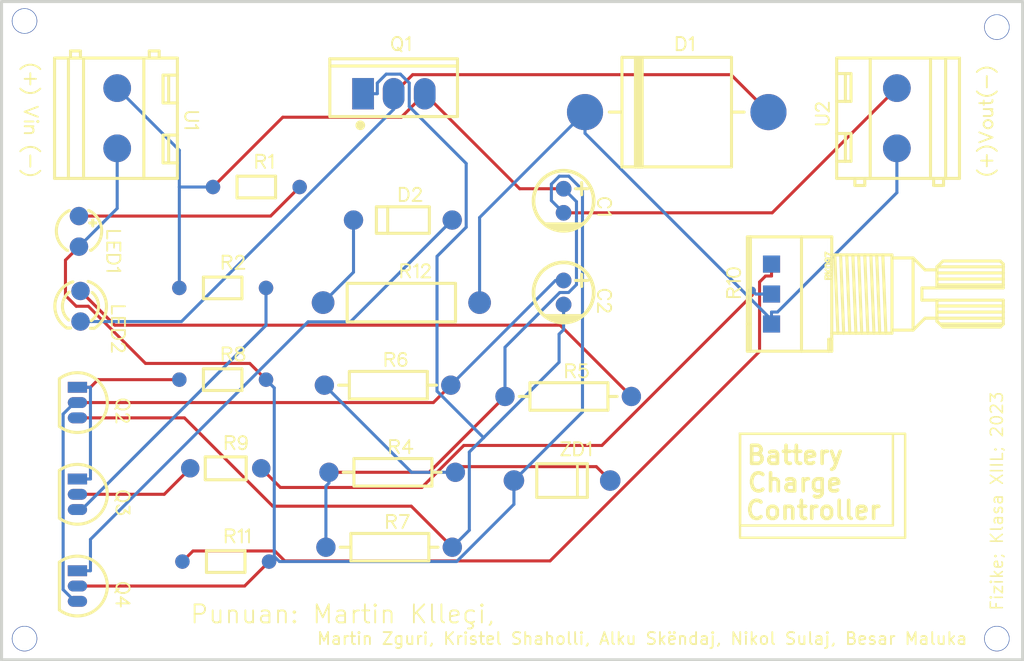
<source format=kicad_pcb>
(kicad_pcb (version 20211014) (generator pcbnew)
  (layers (0 "F.Cu" signal) (31 "B.Cu" signal) (34 "B.Paste" user) (35 "F.Paste" user) (36 "B.SilkS" user "B.Silkscreen") (37 "F.SilkS" user "F.Silkscreen") (38 "B.Mask" user) (39 "F.Mask" user) (44 "Edge.Cuts" user))
  (net 0 "")
  (gr_circle (center 107.83901 107.72242) (end 108.63901 107.72242) (layer "F.Cu") (width 0) (fill solid))
  (gr_circle (center 120.6053 87.40242) (end 121.5451 87.40242) (layer "F.Cu") (width 0) (fill solid))
  (gr_circle (center 90.50021 74.58533) (end 91.65021 74.58533) (layer "F.Cu") (width 0) (fill solid))
  (gr_circle (center 127.58421 77.94321) (end 128.23421 77.94321) (layer "F.Cu") (width 0) (fill solid))
  (gr_circle (center 122.71528 95.1992) (end 123.51528 95.1992) (layer "F.Cu") (width 0) (fill solid))
  (gr_circle (center 155.27021 69.58534) (end 156.42021 69.58534) (layer "F.Cu") (width 0) (fill solid))
  (gr_circle (center 133.21539 95.1992) (end 134.01539 95.1992) (layer "F.Cu") (width 0) (fill solid))
  (gr_circle (center 118.59311 101.49942) (end 119.39311 101.49942) (layer "F.Cu") (width 0) (fill solid))
  (gr_circle (center 127.58421 85.56321) (end 128.23421 85.56321) (layer "F.Cu") (width 0) (fill solid))
  (gr_circle (center 102.86315 93.8022) (end 103.46315 93.8022) (layer "F.Cu") (width 0) (fill solid))
  (gr_circle (center 107.71201 94.26042) (end 108.51201 94.26042) (layer "F.Cu") (width 0) (fill solid))
  (gr_circle (center 96.56725 101.1682) (end 97.32925 101.1682) (layer "F.Cu") (width 0) (fill solid))
  (gr_circle (center 87.45221 86.4362) (end 88.21421 86.4362) (layer "F.Cu") (width 0) (fill solid))
  (gr_poly (pts (xy 87.99821 93.9872) (xy 86.39821 93.9872) (xy 86.39821 94.8872) (xy 87.99821 94.8872)) (layer "F.Cu") (width 0) (fill solid))
  (gr_circle (center 87.45221 88.9762) (end 88.21421 88.9762) (layer "F.Cu") (width 0) (fill solid))
  (gr_circle (center 105.65715 77.8002) (end 106.25715 77.8002) (layer "F.Cu") (width 0) (fill solid))
  (gr_circle (center 98.45726 77.8002) (end 99.05726 77.8002) (layer "F.Cu") (width 0) (fill solid))
  (gr_circle (center 95.66326 93.8022) (end 96.26326 93.8022) (layer "F.Cu") (width 0) (fill solid))
  (gr_circle (center 87.32521 80.2132) (end 88.08721 80.2132) (layer "F.Cu") (width 0) (fill solid))
  (gr_poly (pts (xy 87.99821 101.6072) (xy 86.39821 101.6072) (xy 86.39821 102.5072) (xy 87.99821 102.5072)) (layer "F.Cu") (width 0) (fill solid))
  (gr_circle (center 118.33225 80.54442) (end 119.13225 80.54442) (layer "F.Cu") (width 0) (fill solid))
  (gr_circle (center 87.32521 82.7532) (end 88.08721 82.7532) (layer "F.Cu") (width 0) (fill solid))
  (gr_circle (center 95.66326 86.1822) (end 96.26326 86.1822) (layer "F.Cu") (width 0) (fill solid))
  (gr_circle (center 107.60507 87.40242) (end 108.54487 87.40242) (layer "F.Cu") (width 0) (fill solid))
  (gr_poly (pts (xy 110.02719 68.7482) (xy 111.82719 68.7482) (xy 111.82719 71.3482) (xy 110.02719 71.3482)) (layer "F.Cu") (width 0) (fill solid))
  (gr_poly (pts (xy 145.56741 88.46821) (xy 144.14501 88.46821) (xy 144.14501 89.89061) (xy 145.56741 89.89061)) (layer "F.Cu") (width 0) (fill solid))
  (gr_circle (center 108.09301 101.49942) (end 108.89301 101.49942) (layer "F.Cu") (width 0) (fill solid))
  (gr_circle (center 127.58421 79.9432) (end 128.23421 79.9432) (layer "F.Cu") (width 0) (fill solid))
  (gr_circle (center 129.36221 71.5772) (end 130.86221 71.5772) (layer "F.Cu") (width 0) (fill solid))
  (gr_circle (center 103.11715 108.9152) (end 103.71715 108.9152) (layer "F.Cu") (width 0) (fill solid))
  (gr_circle (center 131.4572 102.1842) (end 132.3072 102.1842) (layer "F.Cu") (width 0) (fill solid))
  (gr_poly (pts (xy 145.56741 83.4898) (xy 144.14501 83.4898) (xy 144.14501 84.9122) (xy 145.56741 84.9122)) (layer "F.Cu") (width 0) (fill solid))
  (gr_circle (center 95.91726 108.9152) (end 96.51726 108.9152) (layer "F.Cu") (width 0) (fill solid))
  (gr_circle (center 90.50021 69.58534) (end 91.65021 69.58534) (layer "F.Cu") (width 0) (fill solid))
  (gr_circle (center 118.21211 94.26042) (end 119.01211 94.26042) (layer "F.Cu") (width 0) (fill solid))
  (gr_circle (center 102.86315 86.1822) (end 103.46315 86.1822) (layer "F.Cu") (width 0) (fill solid))
  (gr_circle (center 102.46716 101.1682) (end 103.22916 101.1682) (layer "F.Cu") (width 0) (fill solid))
  (gr_circle (center 110.13212 80.54442) (end 110.93212 80.54442) (layer "F.Cu") (width 0) (fill solid))
  (gr_circle (center 123.45721 102.1842) (end 124.30721 102.1842) (layer "F.Cu") (width 0) (fill solid))
  (gr_poly (pts (xy 87.99821 109.2272) (xy 86.39821 109.2272) (xy 86.39821 110.1272) (xy 87.99821 110.1272)) (layer "F.Cu") (width 0) (fill solid))
  (gr_circle (center 127.58421 87.5632) (end 128.23421 87.5632) (layer "F.Cu") (width 0) (fill solid))
  (gr_circle (center 144.60221 71.5772) (end 146.10221 71.5772) (layer "F.Cu") (width 0) (fill solid))
  (gr_poly (pts (xy 145.56741 85.979) (xy 144.14501 85.979) (xy 144.14501 87.4014) (xy 145.56741 87.4014)) (layer "F.Cu") (width 0) (fill solid))
  (gr_circle (center 118.33911 107.72242) (end 119.13911 107.72242) (layer "F.Cu") (width 0) (fill solid))
  (gr_circle (center 143.24999 86.39402) (end 143.55499 86.39402) (layer "F.Cu") (width 0) (fill solid))
  (gr_circle (center 155.27021 74.58533) (end 156.42021 74.58533) (layer "F.Cu") (width 0) (fill solid))
  (gr_circle (center 110.13212 80.54442) (end 110.93212 80.54442) (layer "B.Cu") (width 0) (fill solid))
  (gr_circle (center 105.65715 77.8002) (end 106.25715 77.8002) (layer "B.Cu") (width 0) (fill solid))
  (gr_circle (center 123.45721 102.1842) (end 124.30721 102.1842) (layer "B.Cu") (width 0) (fill solid))
  (gr_circle (center 129.36221 71.5772) (end 130.86221 71.5772) (layer "B.Cu") (width 0) (fill solid))
  (gr_circle (center 90.50021 74.58533) (end 91.65021 74.58533) (layer "B.Cu") (width 0) (fill solid))
  (gr_poly (pts (xy 110.02719 68.7482) (xy 111.82719 68.7482) (xy 111.82719 71.3482) (xy 110.02719 71.3482)) (layer "B.Cu") (width 0) (fill solid))
  (gr_circle (center 118.33911 107.72242) (end 119.13911 107.72242) (layer "B.Cu") (width 0) (fill solid))
  (gr_circle (center 95.91726 108.9152) (end 96.51726 108.9152) (layer "B.Cu") (width 0) (fill solid))
  (gr_circle (center 155.27021 74.58533) (end 156.42021 74.58533) (layer "B.Cu") (width 0) (fill solid))
  (gr_poly (pts (xy 87.99821 109.2272) (xy 86.39821 109.2272) (xy 86.39821 110.1272) (xy 87.99821 110.1272)) (layer "B.Cu") (width 0) (fill solid))
  (gr_circle (center 127.58421 77.94321) (end 128.23421 77.94321) (layer "B.Cu") (width 0) (fill solid))
  (gr_circle (center 107.60507 87.40242) (end 108.54487 87.40242) (layer "B.Cu") (width 0) (fill solid))
  (gr_circle (center 107.71201 94.26042) (end 108.51201 94.26042) (layer "B.Cu") (width 0) (fill solid))
  (gr_poly (pts (xy 145.56741 88.46821) (xy 144.14501 88.46821) (xy 144.14501 89.89061) (xy 145.56741 89.89061)) (layer "B.Cu") (width 0) (fill solid))
  (gr_poly (pts (xy 87.99821 101.6072) (xy 86.39821 101.6072) (xy 86.39821 102.5072) (xy 87.99821 102.5072)) (layer "B.Cu") (width 0) (fill solid))
  (gr_circle (center 90.50021 69.58534) (end 91.65021 69.58534) (layer "B.Cu") (width 0) (fill solid))
  (gr_circle (center 102.86315 86.1822) (end 103.46315 86.1822) (layer "B.Cu") (width 0) (fill solid))
  (gr_circle (center 98.45726 77.8002) (end 99.05726 77.8002) (layer "B.Cu") (width 0) (fill solid))
  (gr_circle (center 118.33225 80.54442) (end 119.13225 80.54442) (layer "B.Cu") (width 0) (fill solid))
  (gr_circle (center 102.46716 101.1682) (end 103.22916 101.1682) (layer "B.Cu") (width 0) (fill solid))
  (gr_circle (center 144.60221 71.5772) (end 146.10221 71.5772) (layer "B.Cu") (width 0) (fill solid))
  (gr_circle (center 122.71528 95.1992) (end 123.51528 95.1992) (layer "B.Cu") (width 0) (fill solid))
  (gr_circle (center 118.59311 101.49942) (end 119.39311 101.49942) (layer "B.Cu") (width 0) (fill solid))
  (gr_circle (center 127.58421 85.56321) (end 128.23421 85.56321) (layer "B.Cu") (width 0) (fill solid))
  (gr_circle (center 131.4572 102.1842) (end 132.3072 102.1842) (layer "B.Cu") (width 0) (fill solid))
  (gr_circle (center 87.32521 82.7532) (end 88.08721 82.7532) (layer "B.Cu") (width 0) (fill solid))
  (gr_poly (pts (xy 87.99821 93.9872) (xy 86.39821 93.9872) (xy 86.39821 94.8872) (xy 87.99821 94.8872)) (layer "B.Cu") (width 0) (fill solid))
  (gr_circle (center 87.45221 88.9762) (end 88.21421 88.9762) (layer "B.Cu") (width 0) (fill solid))
  (gr_circle (center 108.09301 101.49942) (end 108.89301 101.49942) (layer "B.Cu") (width 0) (fill solid))
  (gr_circle (center 96.56725 101.1682) (end 97.32925 101.1682) (layer "B.Cu") (width 0) (fill solid))
  (gr_circle (center 87.45221 86.4362) (end 88.21421 86.4362) (layer "B.Cu") (width 0) (fill solid))
  (gr_circle (center 95.66326 93.8022) (end 96.26326 93.8022) (layer "B.Cu") (width 0) (fill solid))
  (gr_poly (pts (xy 145.56741 85.979) (xy 144.14501 85.979) (xy 144.14501 87.4014) (xy 145.56741 87.4014)) (layer "B.Cu") (width 0) (fill solid))
  (gr_circle (center 127.58421 87.5632) (end 128.23421 87.5632) (layer "B.Cu") (width 0) (fill solid))
  (gr_circle (center 133.21539 95.1992) (end 134.01539 95.1992) (layer "B.Cu") (width 0) (fill solid))
  (gr_circle (center 127.58421 79.9432) (end 128.23421 79.9432) (layer "B.Cu") (width 0) (fill solid))
  (gr_circle (center 102.86315 93.8022) (end 103.46315 93.8022) (layer "B.Cu") (width 0) (fill solid))
  (gr_poly (pts (xy 145.56741 83.4898) (xy 144.14501 83.4898) (xy 144.14501 84.9122) (xy 145.56741 84.9122)) (layer "B.Cu") (width 0) (fill solid))
  (gr_circle (center 95.66326 86.1822) (end 96.26326 86.1822) (layer "B.Cu") (width 0) (fill solid))
  (gr_circle (center 118.21211 94.26042) (end 119.01211 94.26042) (layer "B.Cu") (width 0) (fill solid))
  (gr_circle (center 155.27021 69.58534) (end 156.42021 69.58534) (layer "B.Cu") (width 0) (fill solid))
  (gr_circle (center 120.6053 87.40242) (end 121.5451 87.40242) (layer "B.Cu") (width 0) (fill solid))
  (gr_circle (center 87.32521 80.2132) (end 88.08721 80.2132) (layer "B.Cu") (width 0) (fill solid))
  (gr_circle (center 103.11715 108.9152) (end 103.71715 108.9152) (layer "B.Cu") (width 0) (fill solid))
  (gr_circle (center 107.83901 107.72242) (end 108.63901 107.72242) (layer "B.Cu") (width 0) (fill solid))
  (gr_circle (center 143.24999 86.39402) (end 143.55499 86.39402) (layer "B.Cu") (width 0) (fill solid))
  (gr_line (start 83.90636 72.41033) (end 83.95971 72.35699) (layer "F.SilkS") (width 0.1524))
  (gr_line (start 109.60517 85.80242) (end 118.60515 85.80242) (layer "F.SilkS") (width 0.254))
  (gr_line (start 100.86323 92.90223) (end 100.86323 94.7022) (layer "F.SilkS") (width 0.254))
  (gr_line (start 90.53831 104.30002) (end 90.64244 104.24668) (layer "F.SilkS") (width 0.1524))
  (gr_line (start 90.76183 82.42095) (end 89.67216 82.42095) (layer "F.SilkS") (width 0.1524))
  (gr_line (start 93.16721 66.49708) (end 93.16721 67.08509) (layer "F.SilkS") (width 0.254))
  (gr_line (start 115.67234 78.28382) (end 115.5682 78.43876) (layer "F.SilkS") (width 0.1524))
  (gr_line (start 141.26718 86.26857) (end 141.37132 86.21776) (layer "F.SilkS") (width 0.1524))
  (gr_line (start 116.45466 84.52968) (end 116.40132 84.63382) (layer "F.SilkS") (width 0.1524))
  (gr_line (start 141.16305 86.9442) (end 141.16305 86.47684) (layer "F.SilkS") (width 0.1524))
  (gr_line (start 90.59165 103.17734) (end 90.4875 103.28149) (layer "F.SilkS") (width 0.1524))
  (gr_line (start 128.52159 92.83447) (end 128.47079 92.9386) (layer "F.SilkS") (width 0.1524))
  (gr_line (start 91.10981 96.28378) (end 91.26728 96.23299) (layer "F.SilkS") (width 0.1524))
  (gr_line (start 114.06663 65.49398) (end 113.96249 65.38984) (layer "F.SilkS") (width 0.1524))
  (gr_line (start 90.76183 84.77045) (end 89.67216 84.77045) (layer "F.SilkS") (width 0.1524))
  (gr_line (start 118.60515 89.00242) (end 109.60517 89.00242) (layer "F.SilkS") (width 0.254))
  (gr_line (start 90.85073 110.6932) (end 90.69578 110.744) (layer "F.SilkS") (width 0.1524))
  (gr_line (start 158.59761 88.69681) (end 164.10941 88.69681) (layer "F.SilkS") (width 0.254))
  (gr_line (start 91.26728 103.85299) (end 91.37142 103.79965) (layer "F.SilkS") (width 0.1524))
  (gr_poly (pts (xy 125.93321 80.73746) (xy 126.03074 80.83296) (xy 126.13336 80.92288) (xy 126.24156 81.0067) (xy 126.35434 81.08392) (xy 126.47169 81.15402) (xy 126.5931 81.21701) (xy 126.71807 81.27238) (xy 126.84608 81.32064) (xy 126.97664 81.36078) (xy 127.10923 81.39329) (xy 127.24385 81.41767) (xy 127.37948 81.43393) (xy 127.51563 81.44206) (xy 127.65279 81.44206) (xy 127.78893 81.43393) (xy 127.92457 81.41767) (xy 128.05919 81.39329) (xy 128.19177 81.36078) (xy 128.32233 81.32064) (xy 128.45035 81.27238) (xy 128.57531 81.21701) (xy 128.69673 81.15402) (xy 128.81407 81.08392) (xy 128.92685 81.0067) (xy 129.03505 80.92288) (xy 129.13767 80.83296) (xy 129.23521 80.73746)) (layer "F.SilkS") (width 0) (fill solid))
  (gr_line (start 129.43599 92.9386) (end 129.54013 93.0402) (layer "F.SilkS") (width 0.1524))
  (gr_line (start 131.38227 71.5772) (end 132.4323 71.5772) (layer "F.SilkS") (width 0.254))
  (gr_arc (start 85.69707 93.726) (mid 89.67949 95.7072) (end 85.69707 97.6884) (layer "F.SilkS") (width 0.254))
  (gr_line (start 151.35861 89.94141) (end 151.10461 83.439) (layer "F.SilkS") (width 0.254))
  (gr_line (start 131.48057 87.61883) (end 131.53136 87.72297) (layer "F.SilkS") (width 0.1524))
  (gr_line (start 102.52457 75.12305) (end 102.6795 75.17384) (layer "F.SilkS") (width 0.1524))
  (gr_line (start 134.11228 76.15721) (end 134.11228 67.05715) (layer "F.SilkS") (width 0.254))
  (gr_line (start 149.32914 83.8581) (end 149.352 83.78699) (layer "F.SilkS") (width 0.1524))
  (gr_line (start 88.59708 89.53666) (end 88.27156 89.53666) (layer "F.SilkS") (width 0.254))
  (gr_line (start 91.52636 111.21391) (end 91.52636 111.00563) (layer "F.SilkS") (width 0.1524))
  (gr_line (start 130.59664 87.06765) (end 130.70079 87.12099) (layer "F.SilkS") (width 0.1524))
  (gr_line (start 101.21139 98.64599) (end 101.26218 98.85426) (layer "F.SilkS") (width 0.1524))
  (gr_line (start 99.93884 83.9216) (end 99.8855 83.97241) (layer "F.SilkS") (width 0.1524))
  (gr_line (start 115.67234 77.9714) (end 115.72314 78.07554) (layer "F.SilkS") (width 0.1524))
  (gr_line (start 82.55508 74.72681) (end 82.45094 74.83094) (layer "F.SilkS") (width 0.1524))
  (gr_line (start 114.10516 84.21726) (end 114.57252 84.21726) (layer "F.SilkS") (width 0.1524))
  (gr_line (start 90.76183 83.43949) (end 90.76183 83.80525) (layer "F.SilkS") (width 0.1524))
  (gr_line (start 141.78534 85.27034) (end 142.04696 85.21955) (layer "F.SilkS") (width 0.1524))
  (gr_line (start 131.37643 78.82535) (end 131.27229 78.77201) (layer "F.SilkS") (width 0.1524))
  (gr_line (start 157.607 84.6836) (end 158.59761 84.6836) (layer "F.SilkS") (width 0.254))
  (gr_line (start 114.61781 65.49398) (end 114.77529 65.33904) (layer "F.SilkS") (width 0.1524))
  (gr_line (start 141.53236 76.12711) (end 132.4323 76.12711) (layer "F.SilkS") (width 0.254))
  (gr_line (start 113.34019 66.01468) (end 113.39099 66.16962) (layer "F.SilkS") (width 0.1524))
  (gr_line (start 100.89896 98.49105) (end 100.9523 98.49105) (layer "F.SilkS") (width 0.1524))
  (gr_line (start 83.85557 69.83223) (end 83.64728 69.93636) (layer "F.SilkS") (width 0.1524))
  (gr_line (start 130.59664 78.82535) (end 130.4925 78.92949) (layer "F.SilkS") (width 0.1524))
  (gr_line (start 131.53136 80.10297) (end 130.44171 80.10297) (layer "F.SilkS") (width 0.1524))
  (gr_line (start 152.85721 89.94141) (end 152.34921 89.94141) (layer "F.SilkS") (width 0.254))
  (gr_line (start 162.37712 76.73341) (end 162.63621 76.7842) (layer "F.SilkS") (width 0.1524))
  (gr_line (start 101.00818 91.74734) (end 101.06152 91.85149) (layer "F.SilkS") (width 0.1524))
  (gr_line (start 115.10084 78.07554) (end 115.15164 77.9714) (layer "F.SilkS") (width 0.1524))
  (gr_line (start 101.00818 83.71333) (end 101.00818 83.81747) (layer "F.SilkS") (width 0.1524))
  (gr_line (start 141.47546 86.21776) (end 141.57961 86.26857) (layer "F.SilkS") (width 0.1524))
  (gr_line (start 158.59761 86.1822) (end 158.59761 84.6836) (layer "F.SilkS") (width 0.254))
  (gr_line (start 101.00818 83.81747) (end 100.95739 83.9216) (layer "F.SilkS") (width 0.1524))
  (gr_line (start 90.43671 104.50831) (end 90.4875 104.35083) (layer "F.SilkS") (width 0.1524))
  (gr_line (start 127.39371 98.99905) (end 128.12014 98.99905) (layer "F.SilkS") (width 0.1524))
  (gr_line (start 162.48127 72.50431) (end 162.48127 72.65925) (layer "F.SilkS") (width 0.1524))
  (gr_line (start 82.91831 76.76389) (end 82.71257 76.65975) (layer "F.SilkS") (width 0.1524))
  (gr_line (start 157.353 86.1822) (end 158.59761 86.1822) (layer "F.SilkS") (width 0.254))
  (gr_line (start 94.31021 70.81508) (end 95.5002 70.81508) (layer "F.SilkS") (width 0.254))
  (gr_line (start 162.01391 69.96684) (end 162.16884 70.07099) (layer "F.SilkS") (width 0.1524))
  (gr_line (start 101.06152 92.00897) (end 101.00818 92.1131) (layer "F.SilkS") (width 0.1524))
  (gr_line (start 83.38821 76.81468) (end 83.17992 76.81468) (layer "F.SilkS") (width 0.1524))
  (gr_line (start 102.78364 75.43547) (end 102.73284 75.5396) (layer "F.SilkS") (width 0.1524))
  (gr_line (start 82.71257 76.65975) (end 82.55508 76.5556) (layer "F.SilkS") (width 0.1524))
  (gr_line (start 131.1148 78.72121) (end 130.85573 78.72121) (layer "F.SilkS") (width 0.1524))
  (gr_line (start 149.32914 84.6455) (end 149.65173 84.97063) (layer "F.SilkS") (width 0.1524))
  (gr_line (start 149.49171 83.71841) (end 149.56029 83.74126) (layer "F.SilkS") (width 0.1524))
  (gr_line (start 96.2025 71.73202) (end 96.15171 71.8895) (layer "F.SilkS") (width 0.1524))
  (gr_line (start 100.38589 91.74734) (end 100.49002 91.6432) (layer "F.SilkS") (width 0.1524))
  (gr_line (start 114.24245 99.5487) (end 115.02223 99.5487) (layer "F.SilkS") (width 0.1524))
  (gr_line (start 100.43668 92.16391) (end 100.38589 92.1131) (layer "F.SilkS") (width 0.1524))
  (gr_line (start 90.59165 96.17965) (end 90.69578 96.23299) (layer "F.SilkS") (width 0.1524))
  (gr_arc (start 88.41911 86.56025) (mid 88.950886 87.752052) (end 88.347262 88.909123) (layer "F.SilkS") (width 0.254))
  (gr_line (start 91.52636 103.59391) (end 91.52636 103.38563) (layer "F.SilkS") (width 0.1524))
  (gr_line (start 162.89782 72.91833) (end 163.05277 72.86752) (layer "F.SilkS") (width 0.1524))
  (gr_line (start 164.10941 87.68081) (end 164.10941 87.1982) (layer "F.SilkS") (width 0.254))
  (gr_line (start 114.11997 66.16962) (end 114.17077 66.01468) (layer "F.SilkS") (width 0.1524))
  (gr_line (start 148.78812 71.47065) (end 148.73732 71.47065) (layer "F.SilkS") (width 0.1524))
  (gr_line (start 89.8271 84.06433) (end 89.72297 83.96019) (layer "F.SilkS") (width 0.1524))
  (gr_line (start 149.7203 83.74126) (end 149.79143 83.78699) (layer "F.SilkS") (width 0.1524))
  (gr_line (start 90.05571 88.67141) (end 90.05571 89.34705) (layer "F.SilkS") (width 0.1524))
  (gr_line (start 90.4875 103.28149) (end 90.43671 103.38563) (layer "F.SilkS") (width 0.1524))
  (gr_line (start 162.11805 74.09181) (end 163.20771 73.67778) (layer "F.SilkS") (width 0.1524))
  (gr_line (start 87.70621 67.08509) (end 87.70621 77.08507) (layer "F.SilkS") (width 0.254))
  (gr_arc (start 86.48612 88.85484) (mid 85.95143 87.686787) (end 86.516138 86.532948) (layer "F.SilkS") (width 0.254))
  (gr_line (start 127.79515 92.52205) (end 127.79515 93.6117) (layer "F.SilkS") (width 0.1524))
  (gr_line (start 162.01391 68.13805) (end 162.16884 68.03391) (layer "F.SilkS") (width 0.1524))
  (gr_line (start 102.6795 75.59041) (end 102.52457 75.6412) (layer "F.SilkS") (width 0.1524))
  (gr_line (start 130.59664 79.44765) (end 130.70079 79.50099) (layer "F.SilkS") (width 0.1524))
  (gr_line (start 100.45718 76.90023) (end 103.65723 76.90021) (layer "F.SilkS") (width 0.254))
  (gr_line (start 90.43671 104.66325) (end 90.43671 104.50831) (layer "F.SilkS") (width 0.1524))
  (gr_line (start 149.606 83.78699) (end 149.62886 83.8581) (layer "F.SilkS") (width 0.1524))
  (gr_line (start 149.51457 85.14589) (end 149.53743 85.16875) (layer "F.SilkS") (width 0.1524))
  (gr_line (start 151.46021 73.35533) (end 150.27021 73.35533) (layer "F.SilkS") (width 0.254))
  (gr_line (start 124.79008 96.3422) (end 124.79008 94.0562) (layer "F.SilkS") (width 0.254))
  (gr_line (start 151.86661 89.94141) (end 151.61261 83.439) (layer "F.SilkS") (width 0.254))
  (gr_line (start 156.61641 89.68741) (end 157.607 88.69681) (layer "F.SilkS") (width 0.254))
  (gr_line (start 91.37142 103.17734) (end 91.26728 103.124) (layer "F.SilkS") (width 0.1524))
  (gr_line (start 99.8855 83.97241) (end 99.73057 84.0232) (layer "F.SilkS") (width 0.1524))
  (gr_line (start 115.1745 84.42554) (end 115.27864 84.3722) (layer "F.SilkS") (width 0.1524))
  (gr_line (start 163.15691 72.76339) (end 163.20771 72.65925) (layer "F.SilkS") (width 0.1524))
  (gr_line (start 149.53743 85.16875) (end 149.56029 85.23733) (layer "F.SilkS") (width 0.1524))
  (gr_line (start 113.96249 65.38984) (end 113.86089 65.33904) (layer "F.SilkS") (width 0.1524))
  (gr_line (start 91.09457 90.91676) (end 91.14536 91.02091) (layer "F.SilkS") (width 0.1524))
  (gr_line (start 100.43668 91.17584) (end 100.38589 91.27999) (layer "F.SilkS") (width 0.1524))
  (gr_line (start 131.42723 88.08619) (end 131.32309 88.13953) (layer "F.SilkS") (width 0.1524))
  (gr_line (start 129.12611 92.88526) (end 129.28105 92.88526) (layer "F.SilkS") (width 0.1524))
  (gr_line (start 130.70079 78.77201) (end 130.59664 78.82535) (layer "F.SilkS") (width 0.1524))
  (gr_line (start 83.28407 75.17384) (end 83.28407 76.10857) (layer "F.SilkS") (width 0.1524))
  (gr_line (start 90.57386 91.27999) (end 90.05571 90.76183) (layer "F.SilkS") (width 0.1524))
  (gr_line (start 113.96249 66.3779) (end 114.06663 66.27376) (layer "F.SilkS") (width 0.1524))
  (gr_line (start 162.84448 70.22847) (end 163.10611 70.17513) (layer "F.SilkS") (width 0.1524))
  (gr_line (start 149.79143 83.97241) (end 149.74571 83.99526) (layer "F.SilkS") (width 0.1524))
  (gr_line (start 154.8638 83.439) (end 154.1018 83.439) (layer "F.SilkS") (width 0.254))
  (gr_line (start 130.85573 78.72121) (end 130.70079 78.77201) (layer "F.SilkS") (width 0.1524))
  (gr_line (start 163.85541 83.947) (end 159.10561 83.947) (layer "F.SilkS") (width 0.254))
  (gr_line (start 114.17077 66.01468) (end 114.17077 65.7556) (layer "F.SilkS") (width 0.1524))
  (gr_line (start 91.10981 111.52378) (end 91.26728 111.47299) (layer "F.SilkS") (width 0.1524))
  (gr_line (start 142.20191 84.69884) (end 142.04696 84.5947) (layer "F.SilkS") (width 0.1524))
  (gr_line (start 131.53136 79.24191) (end 131.53136 79.03363) (layer "F.SilkS") (width 0.1524))
  (gr_line (start 90.72881 90.41892) (end 90.46973 90.41892) (layer "F.SilkS") (width 0.1524))
  (gr_line (start 156.61641 83.693) (end 157.607 84.6836) (layer "F.SilkS") (width 0.254))
  (gr_line (start 116.26403 93.11742) (end 116.26403 95.40342) (layer "F.SilkS") (width 0.254))
  (gr_line (start 158.59761 88.69681) (end 158.59761 87.1982) (layer "F.SilkS") (width 0.254))
  (gr_line (start 163.15691 71.84899) (end 163.20771 71.74484) (layer "F.SilkS") (width 0.1524))
  (gr_line (start 90.85073 104.97566) (end 90.74658 104.97566) (layer "F.SilkS") (width 0.1524))
  (gr_line (start 163.05277 72.29602) (end 162.89782 72.24268) (layer "F.SilkS") (width 0.1524))
  (gr_line (start 149.86 81.94041) (end 147.34541 81.94041) (layer "F.SilkS") (width 0.254))
  (gr_line (start 115.43612 84.21726) (end 115.43612 85.30692) (layer "F.SilkS") (width 0.1524))
  (gr_line (start 162.63621 70.22847) (end 162.84448 70.22847) (layer "F.SilkS") (width 0.1524))
  (gr_line (start 100.24364 106.55047) (end 100.19284 106.6546) (layer "F.SilkS") (width 0.1524))
  (gr_line (start 90.34526 84.16847) (end 90.08618 84.16847) (layer "F.SilkS") (width 0.1524))
  (gr_line (start 131.26708 94.0562) (end 131.26708 96.3422) (layer "F.SilkS") (width 0.254))
  (gr_line (start 149.606 83.94955) (end 149.56029 83.99526) (layer "F.SilkS") (width 0.1524))
  (gr_line (start 138.31316 65.34405) (end 138.31316 66.4337) (layer "F.SilkS") (width 0.1524))
  (gr_line (start 151.10461 83.439) (end 150.59661 83.439) (layer "F.SilkS") (width 0.254))
  (gr_line (start 110.16803 102.64242) (end 110.16803 100.35642) (layer "F.SilkS") (width 0.254))
  (gr_line (start 162.48127 70.98539) (end 162.48127 70.62216) (layer "F.SilkS") (width 0.1524))
  (gr_circle (center 127.58421 86.5632) (end 130.08433 86.5632) (layer "F.SilkS") (width 0.3) (fill none))
  (gr_line (start 83.90636 71.1327) (end 82.81671 71.54673) (layer "F.SilkS") (width 0.1524))
  (gr_line (start 83.48981 73.27139) (end 83.33486 73.32473) (layer "F.SilkS") (width 0.1524))
  (gr_line (start 90.4875 96.0755) (end 90.59165 96.17965) (layer "F.SilkS") (width 0.1524))
  (gr_line (start 112.91911 105.04526) (end 113.38647 105.04526) (layer "F.SilkS") (width 0.1524))
  (gr_line (start 90.85073 96.28378) (end 91.10981 96.28378) (layer "F.SilkS") (width 0.1524))
  (gr_line (start 162.11805 73.26123) (end 163.20771 73.67778) (layer "F.SilkS") (width 0.1524))
  (gr_line (start 163.85541 89.43341) (end 164.10941 89.17941) (layer "F.SilkS") (width 0.254))
  (gr_line (start 114.34138 78.95692) (end 113.97816 78.95692) (layer "F.SilkS") (width 0.1524))
  (gr_line (start 102.42043 75.6412) (end 102.78364 76.2127) (layer "F.SilkS") (width 0.1524))
  (gr_line (start 93.98948 67.08509) (end 93.98948 66.49708) (layer "F.SilkS") (width 0.254))
  (gr_line (start 114.22721 92.67292) (end 114.38215 92.62212) (layer "F.SilkS") (width 0.1524))
  (gr_line (start 100.63989 98.64599) (end 100.74402 98.54184) (layer "F.SilkS") (width 0.1524))
  (gr_line (start 150.368 89.94141) (end 149.86 89.94141) (layer "F.SilkS") (width 0.254))
  (gr_line (start 99.62643 84.0232) (end 99.98964 84.5947) (layer "F.SilkS") (width 0.1524))
  (gr_line (start 91.47557 95.66149) (end 91.37142 95.55734) (layer "F.SilkS") (width 0.1524))
  (gr_line (start 129.08407 77.42708) (end 129.08407 78.44308) (layer "F.SilkS") (width 0.254))
  (gr_line (start 99.26321 91.12505) (end 99.73057 91.12505) (layer "F.SilkS") (width 0.1524))
  (gr_line (start 128.52159 92.73033) (end 128.52159 92.83447) (layer "F.SilkS") (width 0.1524))
  (gr_line (start 149.53743 84.85378) (end 149.81429 84.6455) (layer "F.SilkS") (width 0.1524))
  (gr_line (start 100.59416 83.50505) (end 100.79991 83.50505) (layer "F.SilkS") (width 0.1524))
  (gr_line (start 131.27229 78.77201) (end 131.1148 78.72121) (layer "F.SilkS") (width 0.1524))
  (gr_line (start 129.19202 99.4156) (end 129.19202 99.67468) (layer "F.SilkS") (width 0.1524))
  (gr_line (start 112.03217 79.44442) (end 116.43216 79.44442) (layer "F.SilkS") (width 0.254))
  (gr_line (start 116.64511 101.49942) (end 117.40711 101.49942) (layer "F.SilkS") (width 0.254))
  (gr_line (start 148.63318 71.41985) (end 148.57984 71.36651) (layer "F.SilkS") (width 0.1524))
  (gr_line (start 83.75142 68.81368) (end 82.81671 68.81368) (layer "F.SilkS") (width 0.1524))
  (gr_line (start 91.37142 95.55734) (end 91.26728 95.504) (layer "F.SilkS") (width 0.1524))
  (gr_line (start 82.55508 67.89928) (end 82.45094 68.00342) (layer "F.SilkS") (width 0.1524))
  (gr_line (start 114.48629 92.15476) (end 114.38215 92.05062) (layer "F.SilkS") (width 0.1524))
  (gr_line (start 91.09457 91.33333) (end 91.04123 91.38413) (layer "F.SilkS") (width 0.1524))
  (gr_line (start 109.91403 108.86542) (end 109.91403 106.57942) (layer "F.SilkS") (width 0.254))
  (gr_line (start 90.55355 84.51137) (end 90.60689 84.61551) (layer "F.SilkS") (width 0.1524))
  (gr_line (start 152.09521 83.439) (end 151.61261 83.439) (layer "F.SilkS") (width 0.254))
  (gr_line (start 162.63621 67.87897) (end 162.84448 67.87897) (layer "F.SilkS") (width 0.1524))
  (gr_line (start 101.2172 100.21819) (end 101.2172 102.11822) (layer "F.SilkS") (width 0.254))
  (gr_line (start 115.27864 84.3722) (end 115.43612 84.21726) (layer "F.SilkS") (width 0.1524))
  (gr_line (start 149.32914 83.88097) (end 149.32914 83.8581) (layer "F.SilkS") (width 0.1524))
  (gr_line (start 91.42223 97.25152) (end 91.31808 97.30233) (layer "F.SilkS") (width 0.1524))
  (gr_line (start 100.79991 83.50505) (end 100.90405 83.55584) (layer "F.SilkS") (width 0.1524))
  (gr_line (start 163.00196 71.89978) (end 163.15691 71.84899) (layer "F.SilkS") (width 0.1524))
  (gr_line (start 115.72314 78.17968) (end 115.67234 78.28382) (layer "F.SilkS") (width 0.1524))
  (gr_line (start 131.1148 88.08619) (end 130.95986 87.98205) (layer "F.SilkS") (width 0.1524))
  (gr_line (start 162.84448 67.87897) (end 163.10611 67.93231) (layer "F.SilkS") (width 0.1524))
  (gr_line (start 114.17387 91.58326) (end 114.01893 91.63406) (layer "F.SilkS") (width 0.1524))
  (gr_line (start 86.44857 67.08509) (end 86.44857 77.08507) (layer "F.SilkS") (width 0.254))
  (gr_line (start 127.39371 100.0887) (end 128.12014 100.0887) (layer "F.SilkS") (width 0.1524))
  (gr_line (start 99.88043 99.0092) (end 100.24364 99.5807) (layer "F.SilkS") (width 0.1524))
  (gr_line (start 128.96863 92.52205) (end 128.91783 92.98941) (layer "F.SilkS") (width 0.1524))
  (gr_line (start 129.5842 77.94321) (end 128.5682 77.94321) (layer "F.SilkS") (width 0.254))
  (gr_line (start 130.4925 86.54949) (end 130.44171 86.65363) (layer "F.SilkS") (width 0.1524))
  (gr_line (start 85.30019 67.08509) (end 85.30019 77.08507) (layer "F.SilkS") (width 0.254))
  (gr_line (start 149.606 90.44941) (end 149.86 90.44941) (layer "F.SilkS") (width 0.254))
  (gr_line (start 116.40132 84.3214) (end 116.45466 84.42554) (layer "F.SilkS") (width 0.1524))
  (gr_line (start 114.76315 98.82226) (end 114.76315 99.91192) (layer "F.SilkS") (width 0.1524))
  (gr_line (start 99.98457 106.23805) (end 100.1395 106.28884) (layer "F.SilkS") (width 0.1524))
  (gr_line (start 114.10516 84.21726) (end 114.10516 85.30692) (layer "F.SilkS") (width 0.1524))
  (gr_line (start 113.64555 105.25354) (end 113.64555 105.35768) (layer "F.SilkS") (width 0.1524))
  (gr_line (start 87.44596 66.49708) (end 86.62368 66.49708) (layer "F.SilkS") (width 0.254))
  (gr_line (start 90.76183 83.43949) (end 89.67216 83.43949) (layer "F.SilkS") (width 0.1524))
  (gr_line (start 114.22721 91.99982) (end 114.17387 91.99982) (layer "F.SilkS") (width 0.1524))
  (gr_line (start 129.08789 99.93376) (end 128.98375 100.03791) (layer "F.SilkS") (width 0.1524))
  (gr_line (start 91.37142 110.79734) (end 91.26728 110.744) (layer "F.SilkS") (width 0.1524))
  (gr_line (start 91.26728 95.504) (end 91.10981 95.4532) (layer "F.SilkS") (width 0.1524))
  (gr_line (start 149.62886 83.88097) (end 149.606 83.94955) (layer "F.SilkS") (width 0.1524))
  (gr_line (start 90.76183 82.42095) (end 90.76183 83.09659) (layer "F.SilkS") (width 0.1524))
  (gr_line (start 141.57961 86.26857) (end 141.63041 86.32191) (layer "F.SilkS") (width 0.1524))
  (gr_line (start 90.74658 104.97566) (end 90.59165 104.92233) (layer "F.SilkS") (width 0.1524))
  (gr_line (start 90.4875 104.81818) (end 90.43671 104.66325) (layer "F.SilkS") (width 0.1524))
  (gr_line (start 88.4712 80.52921) (end 88.4712 81.03721) (layer "F.SilkS") (width 0.254))
  (gr_line (start 162.63621 72.86752) (end 162.79368 72.91833) (layer "F.SilkS") (width 0.1524))
  (gr_line (start 154.3558 89.94141) (end 154.1018 83.439) (layer "F.SilkS") (width 0.254))
  (gr_line (start 100.74402 98.54184) (end 100.89896 98.49105) (layer "F.SilkS") (width 0.1524))
  (gr_line (start 90.4875 95.66149) (end 90.43671 95.76563) (layer "F.SilkS") (width 0.1524))
  (gr_line (start 163.10611 76.73341) (end 163.31184 76.62926) (layer "F.SilkS") (width 0.1524))
  (gr_poly (pts (xy 125.93321 88.35746) (xy 126.03074 88.45296) (xy 126.13336 88.54288) (xy 126.24156 88.6267) (xy 126.35434 88.70392) (xy 126.47169 88.77402) (xy 126.5931 88.83701) (xy 126.71807 88.89238) (xy 126.84608 88.94064) (xy 126.97664 88.98078) (xy 127.10923 89.01329) (xy 127.24385 89.03767) (xy 127.37948 89.05393) (xy 127.51563 89.06206) (xy 127.65279 89.06206) (xy 127.78893 89.05393) (xy 127.92457 89.03767) (xy 128.05919 89.01329) (xy 128.19177 88.98078) (xy 128.32233 88.94064) (xy 128.45035 88.89238) (xy 128.57531 88.83701) (xy 128.69673 88.77402) (xy 128.81407 88.70392) (xy 128.92685 88.6267) (xy 129.03505 88.54288) (xy 129.13767 88.45296) (xy 129.23521 88.35746)) (layer "F.SilkS") (width 0) (fill solid))
  (gr_line (start 101.26218 98.85426) (end 101.21139 99.0092) (layer "F.SilkS") (width 0.1524))
  (gr_line (start 96.46159 72.30352) (end 97.24136 72.30352) (layer "F.SilkS") (width 0.1524))
  (gr_line (start 131.37643 86.44535) (end 131.27229 86.39201) (layer "F.SilkS") (width 0.1524))
  (gr_line (start 158.85161 89.17941) (end 164.10941 89.17941) (layer "F.SilkS") (width 0.254))
  (gr_line (start 128.46305 98.99905) (end 128.46305 100.0887) (layer "F.SilkS") (width 0.1524))
  (gr_line (start 83.85557 76.65975) (end 83.64728 76.76389) (layer "F.SilkS") (width 0.1524))
  (gr_line (start 157.607 88.69681) (end 158.59761 88.69681) (layer "F.SilkS") (width 0.254))
  (gr_line (start 102.05721 75.12305) (end 102.05721 76.2127) (layer "F.SilkS") (width 0.1524))
  (gr_line (start 142.84961 81.94041) (end 142.84961 89.17941) (layer "F.SilkS") (width 0.254))
  (gr_line (start 101.00818 91.27999) (end 100.95739 91.17584) (layer "F.SilkS") (width 0.1524))
  (gr_line (start 91.10981 103.0732) (end 90.85073 103.0732) (layer "F.SilkS") (width 0.1524))
  (gr_line (start 91.14536 90.0557) (end 91.09457 90.21065) (layer "F.SilkS") (width 0.1524))
  (gr_line (start 90.08618 84.16847) (end 89.93125 84.11513) (layer "F.SilkS") (width 0.1524))
  (gr_line (start 129.55702 100.78416) (end 129.55702 103.58425) (layer "F.SilkS") (width 0.254))
  (gr_line (start 164.10941 88.69681) (end 164.10941 88.18881) (layer "F.SilkS") (width 0.254))
  (gr_line (start 149.352 84.2391) (end 149.32914 84.31023) (layer "F.SilkS") (width 0.1524))
  (gr_line (start 151.78093 77.67333) (end 152.60321 77.67333) (layer "F.SilkS") (width 0.254))
  (gr_line (start 150.99244 70.68655) (end 150.99244 68.37693) (layer "F.SilkS") (width 0.254))
  (gr_line (start 156.61641 89.68741) (end 156.61641 83.693) (layer "F.SilkS") (width 0.254))
  (gr_line (start 91.52636 104.35083) (end 91.52636 104.92233) (layer "F.SilkS") (width 0.1524))
  (gr_line (start 142.04696 85.21955) (end 142.20191 85.11541) (layer "F.SilkS") (width 0.1524))
  (gr_line (start 114.46838 84.73542) (end 114.8316 85.30692) (layer "F.SilkS") (width 0.1524))
  (gr_line (start 99.51721 106.23805) (end 99.98457 106.23805) (layer "F.SilkS") (width 0.1524))
  (gr_line (start 82.91831 69.93636) (end 82.71257 69.83223) (layer "F.SilkS") (width 0.1524))
  (gr_line (start 149.49171 84.01813) (end 149.4663 84.01813) (layer "F.SilkS") (width 0.1524))
  (gr_line (start 141.37132 85.21955) (end 141.63041 85.27034) (layer "F.SilkS") (width 0.1524))
  (gr_line (start 141.53211 76.12736) (end 141.53211 67.0273) (layer "F.SilkS") (width 0.254))
  (gr_line (start 149.79143 84.42452) (end 149.81429 84.35594) (layer "F.SilkS") (width 0.1524))
  (gr_line (start 91.31808 97.30233) (end 91.21394 97.30233) (layer "F.SilkS") (width 0.1524))
  (gr_line (start 149.61871 72.28091) (end 149.61871 72.17677) (layer "F.SilkS") (width 0.1524))
  (gr_line (start 124.66315 95.1992) (end 123.90115 95.1992) (layer "F.SilkS") (width 0.254))
  (gr_line (start 90.60689 84.06433) (end 90.50275 84.11513) (layer "F.SilkS") (width 0.1524))
  (gr_line (start 149.56791 72.43839) (end 149.61871 72.28091) (layer "F.SilkS") (width 0.1524))
  (gr_line (start 149.30882 72.59333) (end 149.46377 72.54253) (layer "F.SilkS") (width 0.1524))
  (gr_line (start 149.32914 84.31023) (end 149.32914 84.35594) (layer "F.SilkS") (width 0.1524))
  (gr_line (start 154.8638 83.693) (end 154.8638 83.439) (layer "F.SilkS") (width 0.254))
  (gr_line (start 162.84448 76.7842) (end 163.10611 76.73341) (layer "F.SilkS") (width 0.1524))
  (gr_line (start 114.72746 84.26806) (end 114.7808 84.3214) (layer "F.SilkS") (width 0.1524))
  (gr_line (start 90.05571 90.0557) (end 90.05571 89.68994) (layer "F.SilkS") (width 0.1524))
  (gr_line (start 164.10941 87.1982) (end 158.59761 87.1982) (layer "F.SilkS") (width 0.254))
  (gr_line (start 101.21139 99.0092) (end 101.10725 99.11334) (layer "F.SilkS") (width 0.1524))
  (gr_line (start 141.56208 71.5772) (end 142.58214 71.5772) (layer "F.SilkS") (width 0.254))
  (gr_line (start 114.60046 78.0222) (end 114.6538 78.12634) (layer "F.SilkS") (width 0.1524))
  (gr_line (start 101.06152 91.85149) (end 101.06152 92.00897) (layer "F.SilkS") (width 0.1524))
  (gr_line (start 91.42223 96.73083) (end 91.47557 96.78416) (layer "F.SilkS") (width 0.1524))
  (gr_line (start 94.31021 68.50548) (end 94.31021 70.81508) (layer "F.SilkS") (width 0.254))
  (gr_line (start 83.38821 74.46773) (end 83.17992 74.46773) (layer "F.SilkS") (width 0.1524))
  (gr_arc (start 86.37261 83.07263) (mid 85.448381 81.366926) (end 86.525213 79.753216) (layer "F.SilkS") (width 0.254))
  (gr_line (start 100.1395 106.28884) (end 100.19284 106.34218) (layer "F.SilkS") (width 0.1524))
  (gr_line (start 129.13868 99.82963) (end 129.08789 99.93376) (layer "F.SilkS") (width 0.1524))
  (gr_line (start 101.26218 99.11334) (end 101.21139 99.37497) (layer "F.SilkS") (width 0.1524))
  (gr_line (start 158.85161 89.17941) (end 159.10561 89.43341) (layer "F.SilkS") (width 0.254))
  (gr_line (start 129.12611 93.6117) (end 128.96863 93.56091) (layer "F.SilkS") (width 0.1524))
  (gr_line (start 164.10941 84.4296) (end 164.10941 84.201) (layer "F.SilkS") (width 0.254))
  (gr_line (start 101.00818 92.1131) (end 100.95739 92.16391) (layer "F.SilkS") (width 0.1524))
  (gr_line (start 113.91479 92.15476) (end 113.86145 92.3097) (layer "F.SilkS") (width 0.1524))
  (gr_line (start 129.28105 92.88526) (end 129.43599 92.9386) (layer "F.SilkS") (width 0.1524))
  (gr_line (start 150.85061 89.94141) (end 150.59661 83.439) (layer "F.SilkS") (width 0.254))
  (gr_line (start 113.44433 66.27376) (end 113.54847 66.3779) (layer "F.SilkS") (width 0.1524))
  (gr_line (start 90.64244 103.54057) (end 90.33257 103.85299) (layer "F.SilkS") (width 0.1524))
  (gr_line (start 163.15691 71.48576) (end 163.00196 71.32828) (layer "F.SilkS") (width 0.1524))
  (gr_line (start 116.45466 84.42554) (end 116.45466 84.52968) (layer "F.SilkS") (width 0.1524))
  (gr_line (start 116.39103 108.86542) (end 109.91403 108.86542) (layer "F.SilkS") (width 0.254))
  (gr_line (start 161.90977 76.42099) (end 162.01391 76.52513) (layer "F.SilkS") (width 0.1524))
  (gr_line (start 118.76715 67.74823) (end 108.16723 67.74823) (layer "F.SilkS") (width 0.254))
  (gr_line (start 143.10361 91.44) (end 143.10361 89.17941) (layer "F.SilkS") (width 0.254))
  (gr_line (start 149.79143 84.2391) (end 149.7203 84.19339) (layer "F.SilkS") (width 0.1524))
  (gr_line (start 93.98948 66.49708) (end 93.16721 66.49708) (layer "F.SilkS") (width 0.254))
  (gr_line (start 152.60321 83.439) (end 152.09521 83.439) (layer "F.SilkS") (width 0.254))
  (gr_line (start 164.10941 89.17941) (end 164.10941 88.69681) (layer "F.SilkS") (width 0.254))
  (gr_line (start 131.48057 86.54949) (end 131.37643 86.44535) (layer "F.SilkS") (width 0.1524))
  (gr_line (start 130.44171 86.65363) (end 130.44171 86.86191) (layer "F.SilkS") (width 0.1524))
  (gr_line (start 114.01893 92.05062) (end 113.91479 92.15476) (layer "F.SilkS") (width 0.1524))
  (gr_line (start 114.17387 92.67292) (end 114.22721 92.67292) (layer "F.SilkS") (width 0.1524))
  (gr_line (start 128.46305 98.99905) (end 128.8288 98.99905) (layer "F.SilkS") (width 0.1524))
  (gr_line (start 162.48127 71.89978) (end 163.00196 71.89978) (layer "F.SilkS") (width 0.1524))
  (gr_line (start 100.86323 94.70218) (end 97.66318 94.7022) (layer "F.SilkS") (width 0.254))
  (gr_line (start 164.10941 85.4456) (end 164.10941 84.9376) (layer "F.SilkS") (width 0.254))
  (gr_line (start 91.47557 96.0755) (end 91.52636 95.97391) (layer "F.SilkS") (width 0.1524))
  (gr_arc (start 86.32404 89.51161) (mid 85.340653 87.434833) (end 86.81721 85.674199) (layer "F.SilkS") (width 0.254))
  (gr_line (start 100.95739 83.9216) (end 100.85325 84.07655) (layer "F.SilkS") (width 0.1524))
  (gr_line (start 99.8855 83.55584) (end 99.93884 83.60918) (layer "F.SilkS") (width 0.1524))
  (gr_line (start 99.26321 91.12505) (end 99.26321 92.2147) (layer "F.SilkS") (width 0.1524))
  (gr_line (start 137.65784 66.17463) (end 137.6045 66.27876) (layer "F.SilkS") (width 0.1524))
  (gr_line (start 137.65784 65.60313) (end 137.70864 65.7606) (layer "F.SilkS") (width 0.1524))
  (gr_line (start 97.91718 109.81518) (end 97.91718 108.01521) (layer "F.SilkS") (width 0.254))
  (gr_line (start 100.86323 85.28223) (end 100.86323 87.0822) (layer "F.SilkS") (width 0.254))
  (gr_line (start 100.58655 98.85426) (end 100.58655 98.80347) (layer "F.SilkS") (width 0.1524))
  (gr_line (start 113.34019 65.7556) (end 113.34019 66.01468) (layer "F.SilkS") (width 0.1524))
  (gr_line (start 91.52636 95.97391) (end 91.52636 95.76563) (layer "F.SilkS") (width 0.1524))
  (gr_line (start 99.73057 91.12505) (end 99.8855 91.17584) (layer "F.SilkS") (width 0.1524))
  (gr_line (start 113.97816 77.86726) (end 114.34138 77.86726) (layer "F.SilkS") (width 0.1524))
  (gr_line (start 149.53743 84.17052) (end 149.42059 84.19339) (layer "F.SilkS") (width 0.1524))
  (gr_line (start 141.63041 86.32191) (end 141.68121 86.47684) (layer "F.SilkS") (width 0.1524))
  (gr_line (start 148.52905 71.26237) (end 148.52905 71.05663) (layer "F.SilkS") (width 0.1524))
  (gr_line (start 91.04123 91.38413) (end 90.93708 91.43747) (layer "F.SilkS") (width 0.1524))
  (gr_line (start 143.10361 89.17941) (end 142.84961 89.17941) (layer "F.SilkS") (width 0.254))
  (gr_line (start 114.38215 92.05062) (end 114.22721 91.99982) (layer "F.SilkS") (width 0.1524))
  (gr_line (start 90.69578 103.85299) (end 90.85073 103.90378) (layer "F.SilkS") (width 0.1524))
  (gr_line (start 84.11465 68.00342) (end 84.0105 67.89928) (layer "F.SilkS") (width 0.1524))
  (gr_line (start 114.27801 91.58326) (end 114.17387 91.58326) (layer "F.SilkS") (width 0.1524))
  (gr_line (start 161.90977 74.80047) (end 162.01391 74.69633) (layer "F.SilkS") (width 0.1524))
  (gr_line (start 100.95739 83.60918) (end 101.00818 83.71333) (layer "F.SilkS") (width 0.1524))
  (gr_line (start 113.86145 92.05062) (end 113.86145 92.3097) (layer "F.SilkS") (width 0.1524))
  (gr_line (start 137.6045 65.49899) (end 137.65784 65.60313) (layer "F.SilkS") (width 0.1524))
  (gr_line (start 82.55508 76.5556) (end 82.45094 76.45147) (layer "F.SilkS") (width 0.1524))
  (gr_line (start 82.71257 74.62266) (end 82.55508 74.72681) (layer "F.SilkS") (width 0.1524))
  (gr_line (start 83.17992 67.6402) (end 82.91831 67.691) (layer "F.SilkS") (width 0.1524))
  (gr_line (start 97.91718 108.01523) (end 101.11723 108.01521) (layer "F.SilkS") (width 0.254))
  (gr_line (start 141.63041 85.27034) (end 141.78534 85.27034) (layer "F.SilkS") (width 0.1524))
  (gr_line (start 158.59761 86.1822) (end 164.10941 86.1822) (layer "F.SilkS") (width 0.254))
  (gr_line (start 90.59165 95.55734) (end 90.4875 95.66149) (layer "F.SilkS") (width 0.1524))
  (gr_line (start 163.46932 76.52513) (end 163.57346 76.42099) (layer "F.SilkS") (width 0.1524))
  (gr_line (start 163.05277 72.86752) (end 163.15691 72.76339) (layer "F.SilkS") (width 0.1524))
  (gr_line (start 91.14536 89.68994) (end 90.05571 89.68994) (layer "F.SilkS") (width 0.1524))
  (gr_line (start 90.76183 81.45575) (end 89.67216 81.45575) (layer "F.SilkS") (width 0.1524))
  (gr_line (start 141.21384 85.11541) (end 141.37132 85.21955) (layer "F.SilkS") (width 0.1524))
  (gr_line (start 100.86323 87.08218) (end 97.66318 87.0822) (layer "F.SilkS") (width 0.254))
  (gr_line (start 151.78093 77.08532) (end 151.78093 77.67333) (layer "F.SilkS") (width 0.254))
  (gr_line (start 113.41441 91.63406) (end 113.46775 91.6874) (layer "F.SilkS") (width 0.1524))
  (gr_line (start 114.7046 78.28382) (end 114.7046 78.5429) (layer "F.SilkS") (width 0.1524))
  (gr_line (start 115.82982 84.47634) (end 115.82982 84.42554) (layer "F.SilkS") (width 0.1524))
  (gr_line (start 90.46973 90.41892) (end 90.31478 90.36558) (layer "F.SilkS") (width 0.1524))
  (gr_line (start 131.27229 87.51469) (end 131.32309 87.51469) (layer "F.SilkS") (width 0.1524))
  (gr_line (start 83.54315 72.35699) (end 82.81671 72.35699) (layer "F.SilkS") (width 0.1524))
  (gr_line (start 115.88316 84.3214) (end 115.93396 84.26806) (layer "F.SilkS") (width 0.1524))
  (gr_line (start 115.15164 77.9714) (end 115.20498 77.91806) (layer "F.SilkS") (width 0.1524))
  (gr_line (start 142.84961 89.17941) (end 142.84961 91.44) (layer "F.SilkS") (width 0.254))
  (gr_line (start 163.46932 74.69633) (end 163.57346 74.80047) (layer "F.SilkS") (width 0.1524))
  (gr_line (start 113.39099 65.59812) (end 113.34019 65.7556) (layer "F.SilkS") (width 0.1524))
  (gr_line (start 94.77797 73.48386) (end 94.77797 75.79348) (layer "F.SilkS") (width 0.254))
  (gr_line (start 108.16621 67.14912) (end 118.76817 67.14912) (layer "F.SilkS") (width 0.254))
  (gr_line (start 157.353 87.1982) (end 157.353 86.1822) (layer "F.SilkS") (width 0.254))
  (gr_line (start 109.91403 106.57942) (end 116.39103 106.57942) (layer "F.SilkS") (width 0.254))
  (gr_line (start 113.98845 105.04526) (end 114.71743 105.04526) (layer "F.SilkS") (width 0.1524))
  (gr_line (start 162.16884 76.62926) (end 162.37712 76.73341) (layer "F.SilkS") (width 0.1524))
  (gr_line (start 131.32309 87.51469) (end 131.42723 87.56803) (layer "F.SilkS") (width 0.1524))
  (gr_line (start 90.59165 110.79734) (end 90.4875 110.90149) (layer "F.SilkS") (width 0.1524))
  (gr_line (start 101.00818 91.38413) (end 101.00818 91.27999) (layer "F.SilkS") (width 0.1524))
  (gr_line (start 91.47557 96.78416) (end 91.52636 96.88831) (layer "F.SilkS") (width 0.1524))
  (gr_line (start 100.69068 106.39299) (end 100.84816 106.23805) (layer "F.SilkS") (width 0.1524))
  (gr_line (start 116.29718 84.78876) (end 115.77902 85.30692) (layer "F.SilkS") (width 0.1524))
  (gr_line (start 87.44596 67.08509) (end 87.44596 66.49708) (layer "F.SilkS") (width 0.254))
  (gr_line (start 100.33255 92.00897) (end 100.33255 91.85149) (layer "F.SilkS") (width 0.1524))
  (gr_line (start 99.51721 98.49105) (end 99.98457 98.49105) (layer "F.SilkS") (width 0.1524))
  (gr_line (start 95.5002 68.50548) (end 94.31021 68.50548) (layer "F.SilkS") (width 0.254))
  (gr_line (start 114.77529 65.33904) (end 114.77529 66.4287) (layer "F.SilkS") (width 0.1524))
  (gr_line (start 90.21065 90.31478) (end 90.1065 90.21065) (layer "F.SilkS") (width 0.1524))
  (gr_line (start 159.10561 83.947) (end 158.59761 84.4296) (layer "F.SilkS") (width 0.254))
  (gr_line (start 114.38215 92.62212) (end 114.48629 92.51798) (layer "F.SilkS") (width 0.1524))
  (gr_line (start 100.43668 83.60918) (end 100.49002 83.55584) (layer "F.SilkS") (width 0.1524))
  (gr_line (start 114.01893 91.63406) (end 113.91479 91.79154) (layer "F.SilkS") (width 0.1524))
  (gr_line (start 162.84448 74.4347) (end 163.10611 74.48805) (layer "F.SilkS") (width 0.1524))
  (gr_line (start 100.43668 91.48826) (end 100.54082 91.5416) (layer "F.SilkS") (width 0.1524))
  (gr_line (start 163.15691 72.40016) (end 163.05277 72.29602) (layer "F.SilkS") (width 0.1524))
  (gr_line (start 83.64728 76.76389) (end 83.38821 76.81468) (layer "F.SilkS") (width 0.1524))
  (gr_line (start 141.31798 85.77073) (end 141.16305 85.61325) (layer "F.SilkS") (width 0.1524))
  (gr_line (start 83.54315 73.01231) (end 83.54315 73.16725) (layer "F.SilkS") (width 0.1524))
  (gr_line (start 99.98964 83.71333) (end 99.98964 83.81747) (layer "F.SilkS") (width 0.1524))
  (gr_line (start 131.21895 88.13953) (end 131.1148 88.08619) (layer "F.SilkS") (width 0.1524))
  (gr_line (start 115.10084 78.12634) (end 115.10084 78.07554) (layer "F.SilkS") (width 0.1524))
  (gr_line (start 163.31184 74.59218) (end 163.46932 74.69633) (layer "F.SilkS") (width 0.1524))
  (gr_line (start 91.52636 112.38739) (end 90.79992 111.86668) (layer "F.SilkS") (width 0.1524))
  (gr_line (start 142.25271 84.85633) (end 142.20191 84.69884) (layer "F.SilkS") (width 0.1524))
  (gr_rect (start 154.94 105.918) (end 142.24 98.298) (layer "F.SilkS") (width 0.2) (fill none))
  (gr_line (start 149.79143 83.78699) (end 149.81429 83.8581) (layer "F.SilkS") (width 0.1524))
  (gr_line (start 100.59416 91.12505) (end 100.43668 91.17584) (layer "F.SilkS") (width 0.1524))
  (gr_line (start 164.10941 86.1822) (end 164.10941 85.9282) (layer "F.SilkS") (width 0.254))
  (gr_line (start 162.11805 70.83044) (end 163.00196 70.83044) (layer "F.SilkS") (width 0.1524))
  (gr_line (start 90.50275 84.11513) (end 90.34526 84.16847) (layer "F.SilkS") (width 0.1524))
  (gr_line (start 149.352 84.42452) (end 149.42059 84.47025) (layer "F.SilkS") (width 0.1524))
  (gr_line (start 94.77795 68.50548) (end 94.77795 70.81508) (layer "F.SilkS") (width 0.254))
  (gr_line (start 89.67216 82.42095) (end 89.67216 83.09659) (layer "F.SilkS") (width 0.1524))
  (gr_line (start 113.46775 91.99982) (end 113.41441 92.05062) (layer "F.SilkS") (width 0.1524))
  (gr_line (start 91.10981 103.90378) (end 91.26728 103.85299) (layer "F.SilkS") (width 0.1524))
  (gr_line (start 150.114 83.439) (end 149.86 83.439) (layer "F.SilkS") (width 0.254))
  (gr_line (start 149.32914 83.24342) (end 149.81429 83.47457) (layer "F.SilkS") (width 0.1524))
  (gr_line (start 83.38821 69.9897) (end 83.17992 69.9897) (layer "F.SilkS") (width 0.1524))
  (gr_line (start 100.74911 91.59241) (end 100.90405 91.6432) (layer "F.SilkS") (width 0.1524))
  (gr_line (start 149.86 90.44941) (end 149.86 89.94141) (layer "F.SilkS") (width 0.254))
  (gr_line (start 102.05721 75.12305) (end 102.52457 75.12305) (layer "F.SilkS") (width 0.1524))
  (gr_line (start 101.11723 109.81518) (end 97.91718 109.8152) (layer "F.SilkS") (width 0.254))
  (gr_line (start 152.60321 77.67333) (end 152.60321 77.08532) (layer "F.SilkS") (width 0.254))
  (gr_line (start 101.21139 99.37497) (end 101.10725 99.52991) (layer "F.SilkS") (width 0.1524))
  (gr_line (start 84.0105 69.72808) (end 83.85557 69.83223) (layer "F.SilkS") (width 0.1524))
  (gr_line (start 88.3252 83.0532) (end 88.27184 83.0532) (layer "F.SilkS") (width 0.254))
  (gr_line (start 162.79368 72.91833) (end 162.89782 72.91833) (layer "F.SilkS") (width 0.1524))
  (gr_line (start 149.606 83.71841) (end 149.7203 83.74126) (layer "F.SilkS") (width 0.1524))
  (gr_arc (start 110.69976 72.47319) (mid 110.69849 72.873174) (end 110.69722 72.47319) (layer "F.SilkS") (width 0.4))
  (gr_line (start 90.43671 95.97391) (end 90.4875 96.0755) (layer "F.SilkS") (width 0.1524))
  (gr_line (start 162.16884 70.07099) (end 162.37712 70.17513) (layer "F.SilkS") (width 0.1524))
  (gr_line (start 129.43599 93.56091) (end 129.28105 93.6117) (layer "F.SilkS") (width 0.1524))
  (gr_line (start 99.98457 98.49105) (end 100.1395 98.54184) (layer "F.SilkS") (width 0.1524))
  (gr_line (start 90.43671 103.38563) (end 90.43671 103.59391) (layer "F.SilkS") (width 0.1524))
  (gr_line (start 131.48057 88.03539) (end 131.42723 88.08619) (layer "F.SilkS") (width 0.1524))
  (gr_line (start 115.51486 77.86726) (end 115.619 77.91806) (layer "F.SilkS") (width 0.1524))
  (gr_line (start 128.26251 92.52205) (end 128.41745 92.57284) (layer "F.SilkS") (width 0.1524))
  (gr_line (start 102.78364 75.33133) (end 102.78364 75.43547) (layer "F.SilkS") (width 0.1524))
  (gr_line (start 103.12655 75.33133) (end 103.23068 75.27799) (layer "F.SilkS") (width 0.1524))
  (gr_line (start 114.48629 92.51798) (end 114.53709 92.36304) (layer "F.SilkS") (width 0.1524))
  (gr_line (start 83.90636 71.96328) (end 82.81671 71.54673) (layer "F.SilkS") (width 0.1524))
  (gr_line (start 100.49002 91.6432) (end 100.64496 91.59241) (layer "F.SilkS") (width 0.1524))
  (gr_line (start 161.90977 68.24218) (end 162.01391 68.13805) (layer "F.SilkS") (width 0.1524))
  (gr_line (start 100.9523 99.16668) (end 100.89896 99.16668) (layer "F.SilkS") (width 0.1524))
  (gr_line (start 149.86 83.439) (end 149.86 81.94041) (layer "F.SilkS") (width 0.254))
  (gr_line (start 100.38589 83.71333) (end 100.43668 83.60918) (layer "F.SilkS") (width 0.1524))
  (gr_line (start 150.59661 83.439) (end 150.114 83.439) (layer "F.SilkS") (width 0.254))
  (gr_line (start 83.64728 67.691) (end 83.38821 67.6402) (layer "F.SilkS") (width 0.1524))
  (gr_line (start 82.71257 67.79515) (end 82.55508 67.89928) (layer "F.SilkS") (width 0.1524))
  (gr_line (start 100.63989 99.0092) (end 100.58655 98.85426) (layer "F.SilkS") (width 0.1524))
  (gr_rect (start 142.24 98.298) (end 155.956 106.934) (layer "F.SilkS") (width 0.2) (fill none))
  (gr_line (start 160.47022 77.08532) (end 160.47022 67.08534) (layer "F.SilkS") (width 0.254))
  (gr_line (start 99.93884 91.5416) (end 99.8855 91.59241) (layer "F.SilkS") (width 0.1524))
  (gr_line (start 131.27229 86.39201) (end 131.1148 86.34121) (layer "F.SilkS") (width 0.1524))
  (gr_line (start 113.80755 66.22296) (end 114.11997 66.53284) (layer "F.SilkS") (width 0.1524))
  (gr_line (start 149.86 91.44) (end 149.86 90.44941) (layer "F.SilkS") (width 0.254))
  (gr_line (start 116.35052 84.26806) (end 116.40132 84.3214) (layer "F.SilkS") (width 0.1524))
  (gr_line (start 141.68121 86.58099) (end 142.25271 86.21776) (layer "F.SilkS") (width 0.1524))
  (gr_line (start 91.52636 112.38739) (end 90.43671 112.38739) (layer "F.SilkS") (width 0.1524))
  (gr_line (start 114.49886 77.91806) (end 114.60046 78.0222) (layer "F.SilkS") (width 0.1524))
  (gr_line (start 91.00821 104.92233) (end 90.85073 104.97566) (layer "F.SilkS") (width 0.1524))
  (gr_line (start 149.606 84.4931) (end 149.7203 84.47025) (layer "F.SilkS") (width 0.1524))
  (gr_line (start 113.59475 105.1494) (end 113.64555 105.25354) (layer "F.SilkS") (width 0.1524))
  (gr_line (start 96.30664 71.62788) (end 96.2025 71.73202) (layer "F.SilkS") (width 0.1524))
  (gr_line (start 84.11465 74.83094) (end 84.0105 74.72681) (layer "F.SilkS") (width 0.1524))
  (gr_line (start 89.67216 81.45575) (end 89.67216 82.07805) (layer "F.SilkS") (width 0.1524))
  (gr_line (start 113.38647 105.04526) (end 113.54141 105.09606) (layer "F.SilkS") (width 0.1524))
  (gr_line (start 114.7808 84.63382) (end 114.72746 84.68462) (layer "F.SilkS") (width 0.1524))
  (gr_line (start 100.58655 98.80347) (end 100.63989 98.64599) (layer "F.SilkS") (width 0.1524))
  (gr_line (start 131.53136 87.72297) (end 131.53136 87.93125) (layer "F.SilkS") (width 0.1524))
  (gr_line (start 149.46377 72.54253) (end 149.56791 72.43839) (layer "F.SilkS") (width 0.1524))
  (gr_line (start 100.84816 106.23805) (end 100.84816 107.3277) (layer "F.SilkS") (width 0.1524))
  (gr_line (start 128.8288 98.99905) (end 128.98375 99.04984) (layer "F.SilkS") (width 0.1524))
  (gr_line (start 90.62721 88.67141) (end 90.62721 89.08797) (layer "F.SilkS") (width 0.1524))
  (gr_line (start 153.36521 89.94141) (end 153.11121 83.439) (layer "F.SilkS") (width 0.254))
  (gr_line (start 131.37643 79.94803) (end 131.53136 80.10297) (layer "F.SilkS") (width 0.1524))
  (gr_line (start 99.8855 91.17584) (end 99.93884 91.22918) (layer "F.SilkS") (width 0.1524))
  (gr_line (start 149.37486 85.14589) (end 149.42059 85.12302) (layer "F.SilkS") (width 0.1524))
  (gr_line (start 162.89782 72.24268) (end 162.79368 72.24268) (layer "F.SilkS") (width 0.1524))
  (gr_line (start 101.10725 99.52991) (end 100.9523 99.5807) (layer "F.SilkS") (width 0.1524))
  (gr_arc (start 85.69707 101.346) (mid 89.67949 103.3272) (end 85.69707 105.3084) (layer "F.SilkS") (width 0.254))
  (gr_line (start 149.7203 84.19339) (end 149.606 84.17052) (layer "F.SilkS") (width 0.1524))
  (gr_line (start 130.85573 86.34121) (end 130.70079 86.39201) (layer "F.SilkS") (width 0.1524))
  (gr_line (start 114.7808 84.3214) (end 114.8316 84.42554) (layer "F.SilkS") (width 0.1524))
  (gr_line (start 162.01391 74.69633) (end 162.16884 74.59218) (layer "F.SilkS") (width 0.1524))
  (gr_line (start 151.86661 89.94141) (end 151.35861 89.94141) (layer "F.SilkS") (width 0.254))
  (gr_line (start 95.5002 77.08507) (end 85.30019 77.08507) (layer "F.SilkS") (width 0.254))
  (gr_line (start 150.99246 75.66493) (end 150.99246 73.35533) (layer "F.SilkS") (width 0.254))
  (gr_line (start 83.17992 69.9897) (end 82.91831 69.93636) (layer "F.SilkS") (width 0.1524))
  (gr_line (start 149.39773 83.99526) (end 149.352 83.94955) (layer "F.SilkS") (width 0.1524))
  (gr_line (start 158.59761 85.4456) (end 164.10941 85.4456) (layer "F.SilkS") (width 0.254))
  (gr_line (start 90.85073 103.90378) (end 91.10981 103.90378) (layer "F.SilkS") (width 0.1524))
  (gr_line (start 100.58655 106.44633) (end 100.69068 106.39299) (layer "F.SilkS") (width 0.1524))
  (gr_line (start 130.4925 79.34351) (end 130.59664 79.44765) (layer "F.SilkS") (width 0.1524))
  (gr_line (start 83.48981 72.90816) (end 83.54315 73.01231) (layer "F.SilkS") (width 0.1524))
  (gr_line (start 148.52905 72.59333) (end 149.30882 72.59333) (layer "F.SilkS") (width 0.1524))
  (gr_line (start 154.8638 89.94141) (end 154.8638 89.68741) (layer "F.SilkS") (width 0.254))
  (gr_line (start 101.45014 106.23805) (end 101.45014 107.3277) (layer "F.SilkS") (width 0.1524))
  (gr_line (start 91.37142 96.17965) (end 91.47557 96.0755) (layer "F.SilkS") (width 0.1524))
  (gr_line (start 148.73732 70.84835) (end 148.84146 70.84835) (layer "F.SilkS") (width 0.1524))
  (gr_line (start 116.64503 102.64242) (end 110.16803 102.64242) (layer "F.SilkS") (width 0.254))
  (gr_line (start 109.78703 93.11742) (end 116.26403 93.11742) (layer "F.SilkS") (width 0.254))
  (gr_line (start 124.79008 94.0562) (end 131.26708 94.0562) (layer "F.SilkS") (width 0.254))
  (gr_line (start 112.03217 79.44442) (end 112.03217 81.64442) (layer "F.SilkS") (width 0.254))
  (gr_line (start 152.34921 89.94141) (end 151.86661 89.94141) (layer "F.SilkS") (width 0.254))
  (gr_line (start 129.08407 85.04708) (end 129.08407 86.06308) (layer "F.SilkS") (width 0.254))
  (gr_line (start 83.85557 72.35699) (end 83.90636 72.41033) (layer "F.SilkS") (width 0.1524))
  (gr_line (start 92.71389 67.08509) (end 92.71389 77.08507) (layer "F.SilkS") (width 0.254))
  (gr_line (start 101.11723 108.01523) (end 101.11723 109.8152) (layer "F.SilkS") (width 0.254))
  (gr_line (start 130.95986 87.98205) (end 130.44171 87.46389) (layer "F.SilkS") (width 0.1524))
  (gr_line (start 90.59165 103.79965) (end 90.69578 103.85299) (layer "F.SilkS") (width 0.1524))
  (gr_line (start 99.73057 83.50505) (end 99.8855 83.55584) (layer "F.SilkS") (width 0.1524))
  (gr_line (start 113.64555 105.35768) (end 113.59475 105.46182) (layer "F.SilkS") (width 0.1524))
  (gr_line (start 100.79991 91.12505) (end 100.59416 91.12505) (layer "F.SilkS") (width 0.1524))
  (gr_line (start 113.51855 91.89568) (end 113.46775 91.99982) (layer "F.SilkS") (width 0.1524))
  (gr_line (start 100.33255 84.5947) (end 101.06152 84.5947) (layer "F.SilkS") (width 0.1524))
  (gr_line (start 149.32914 85.23733) (end 149.352 85.16875) (layer "F.SilkS") (width 0.1524))
  (gr_line (start 91.52636 96.88831) (end 91.52636 97.09405) (layer "F.SilkS") (width 0.1524))
  (gr_line (start 163.20771 70.6755) (end 163.20771 70.57136) (layer "F.SilkS") (width 0.1524))
  (gr_line (start 113.46775 91.6874) (end 113.51855 91.79154) (layer "F.SilkS") (width 0.1524))
  (gr_line (start 148.52905 71.05663) (end 148.57984 70.95249) (layer "F.SilkS") (width 0.1524))
  (gr_line (start 100.89896 99.16668) (end 100.74402 99.11334) (layer "F.SilkS") (width 0.1524))
  (gr_line (start 147.34541 91.44) (end 147.34541 81.94041) (layer "F.SilkS") (width 0.254))
  (gr_line (start 100.38589 91.38413) (end 100.43668 91.48826) (layer "F.SilkS") (width 0.1524))
  (gr_line (start 131.27229 87.12099) (end 131.37643 87.06765) (layer "F.SilkS") (width 0.1524))
  (gr_line (start 151.46021 75.66493) (end 151.46021 73.35533) (layer "F.SilkS") (width 0.254))
  (gr_line (start 113.86145 92.3097) (end 113.91479 92.51798) (layer "F.SilkS") (width 0.1524))
  (gr_line (start 91.26728 111.47299) (end 91.37142 111.41965) (layer "F.SilkS") (width 0.1524))
  (gr_line (start 90.05571 90.76183) (end 90.05571 91.48826) (layer "F.SilkS") (width 0.1524))
  (gr_line (start 91.47557 103.6955) (end 91.52636 103.59391) (layer "F.SilkS") (width 0.1524))
  (gr_line (start 91.52636 95.76563) (end 91.47557 95.66149) (layer "F.SilkS") (width 0.1524))
  (gr_line (start 158.06421 77.08532) (end 158.06421 67.08534) (layer "F.SilkS") (width 0.254))
  (gr_line (start 138.15568 65.49899) (end 138.31316 65.34405) (layer "F.SilkS") (width 0.1524))
  (gr_line (start 149.32914 83.566) (end 149.32914 83.24342) (layer "F.SilkS") (width 0.1524))
  (gr_line (start 163.20771 72.50431) (end 163.15691 72.40016) (layer "F.SilkS") (width 0.1524))
  (gr_line (start 103.65723 78.70018) (end 100.45718 78.7002) (layer "F.SilkS") (width 0.254))
  (gr_line (start 149.61871 72.17677) (end 149.56791 72.02183) (layer "F.SilkS") (width 0.1524))
  (gr_line (start 99.8855 91.59241) (end 99.73057 91.6432) (layer "F.SilkS") (width 0.1524))
  (gr_line (start 84.11465 69.62394) (end 84.0105 69.72808) (layer "F.SilkS") (width 0.1524))
  (gr_line (start 83.54315 73.16725) (end 83.48981 73.27139) (layer "F.SilkS") (width 0.1524))
  (gr_line (start 114.71743 105.04526) (end 114.19673 106.13492) (layer "F.SilkS") (width 0.1524))
  (gr_line (start 141.21384 86.32191) (end 141.26718 86.26857) (layer "F.SilkS") (width 0.1524))
  (gr_line (start 128.98375 99.04984) (end 129.08789 99.15399) (layer "F.SilkS") (width 0.1524))
  (gr_line (start 100.1395 98.95841) (end 99.98457 99.0092) (layer "F.SilkS") (width 0.1524))
  (gr_line (start 129.55702 103.58425) (end 125.35713 103.58425) (layer "F.SilkS") (width 0.254))
  (gr_line (start 163.10611 67.93231) (end 163.31184 68.03391) (layer "F.SilkS") (width 0.1524))
  (gr_line (start 91.26728 110.744) (end 91.10981 110.6932) (layer "F.SilkS") (width 0.1524))
  (gr_line (start 129.54013 93.45676) (end 129.43599 93.56091) (layer "F.SilkS") (width 0.1524))
  (gr_line (start 154.3558 89.94141) (end 153.8478 89.94141) (layer "F.SilkS") (width 0.254))
  (gr_line (start 90.60689 84.61551) (end 90.76183 84.77045) (layer "F.SilkS") (width 0.1524))
  (gr_line (start 91.09457 90.21065) (end 90.99042 90.31478) (layer "F.SilkS") (width 0.1524))
  (gr_line (start 149.32914 84.97063) (end 149.81429 84.97063) (layer "F.SilkS") (width 0.1524))
  (gr_line (start 153.05652 77.08532) (end 153.05652 67.08534) (layer "F.SilkS") (width 0.254))
  (gr_line (start 90.99042 90.31478) (end 90.88628 90.36558) (layer "F.SilkS") (width 0.1524))
  (gr_line (start 97.24136 71.57708) (end 96.46159 71.57708) (layer "F.SilkS") (width 0.1524))
  (gr_line (start 90.88628 90.81263) (end 90.93708 90.81263) (layer "F.SilkS") (width 0.1524))
  (gr_line (start 150.85061 89.94141) (end 150.368 89.94141) (layer "F.SilkS") (width 0.254))
  (gr_line (start 163.31184 76.62926) (end 163.46932 76.52513) (layer "F.SilkS") (width 0.1524))
  (gr_line (start 97.03309 72.64642) (end 97.08643 72.75056) (layer "F.SilkS") (width 0.1524))
  (gr_line (start 99.93884 83.60918) (end 99.98964 83.71333) (layer "F.SilkS") (width 0.1524))
  (gr_line (start 83.64728 74.51852) (end 83.38821 74.46773) (layer "F.SilkS") (width 0.1524))
  (gr_line (start 90.24366 82.42095) (end 90.24366 82.83751) (layer "F.SilkS") (width 0.1524))
  (gr_line (start 90.43671 111.00563) (end 90.43671 111.21391) (layer "F.SilkS") (width 0.1524))
  (gr_line (start 114.43295 91.63406) (end 114.27801 91.58326) (layer "F.SilkS") (width 0.1524))
  (gr_line (start 142.20191 85.11541) (end 142.25271 84.96047) (layer "F.SilkS") (width 0.1524))
  (gr_line (start 159.10561 89.43341) (end 163.85541 89.43341) (layer "F.SilkS") (width 0.254))
  (gr_line (start 113.65261 66.4287) (end 113.86089 66.4287) (layer "F.SilkS") (width 0.1524))
  (gr_line (start 149.56029 83.99526) (end 149.49171 84.01813) (layer "F.SilkS") (width 0.1524))
  (gr_line (start 163.15691 70.7771) (end 163.20771 70.6755) (layer "F.SilkS") (width 0.1524))
  (gr_line (start 128.96863 93.56091) (end 128.91783 93.5101) (layer "F.SilkS") (width 0.1524))
  (gr_line (start 115.72314 78.07554) (end 115.72314 78.17968) (layer "F.SilkS") (width 0.1524))
  (gr_line (start 114.8316 84.42554) (end 114.8316 84.52968) (layer "F.SilkS") (width 0.1524))
  (gr_line (start 83.17992 76.81468) (end 82.91831 76.76389) (layer "F.SilkS") (width 0.1524))
  (gr_line (start 130.70079 86.39201) (end 130.59664 86.44535) (layer "F.SilkS") (width 0.1524))
  (gr_line (start 132.4323 67.0273) (end 132.4323 76.12736) (layer "F.SilkS") (width 0.254))
  (gr_line (start 112.03217 81.64442) (end 116.43216 81.64442) (layer "F.SilkS") (width 0.254))
  (gr_line (start 164.10941 84.201) (end 163.85541 83.947) (layer "F.SilkS") (width 0.254))
  (gr_line (start 90.69578 95.504) (end 90.59165 95.55734) (layer "F.SilkS") (width 0.1524))
  (gr_line (start 162.48127 71.32828) (end 163.20771 71.32828) (layer "F.SilkS") (width 0.1524))
  (gr_line (start 163.31184 70.07099) (end 163.46932 69.96684) (layer "F.SilkS") (width 0.1524))
  (gr_line (start 149.352 85.16875) (end 149.37486 85.14589) (layer "F.SilkS") (width 0.1524))
  (gr_line (start 90.05571 87.7062) (end 90.05571 88.3285) (layer "F.SilkS") (width 0.1524))
  (gr_line (start 154.8638 83.693) (end 156.61641 83.693) (layer "F.SilkS") (width 0.254))
  (gr_line (start 91.14536 91.22918) (end 91.09457 91.33333) (layer "F.SilkS") (width 0.1524))
  (gr_line (start 147.34541 81.94041) (end 143.10361 81.94041) (layer "F.SilkS") (width 0.254))
  (gr_line (start 113.86089 65.33904) (end 113.65261 65.33904) (layer "F.SilkS") (width 0.1524))
  (gr_line (start 128.12014 98.99905) (end 127.39371 100.0887) (layer "F.SilkS") (width 0.1524))
  (gr_line (start 90.43671 103.59391) (end 90.4875 103.6955) (layer "F.SilkS") (width 0.1524))
  (gr_line (start 149.42059 85.12302) (end 149.4663 85.12302) (layer "F.SilkS") (width 0.1524))
  (gr_line (start 118.60515 85.80242) (end 118.60515 89.00242) (layer "F.SilkS") (width 0.254))
  (gr_line (start 90.59165 111.41965) (end 90.69578 111.47299) (layer "F.SilkS") (width 0.1524))
  (gr_line (start 150.27019 70.68655) (end 151.46021 70.68655) (layer "F.SilkS") (width 0.254))
  (gr_line (start 148.63318 70.89915) (end 148.73732 70.84835) (layer "F.SilkS") (width 0.1524))
  (gr_line (start 82.71257 69.83223) (end 82.55508 69.72808) (layer "F.SilkS") (width 0.1524))
  (gr_line (start 149.62886 83.8581) (end 149.62886 83.88097) (layer "F.SilkS") (width 0.1524))
  (gr_line (start 158.32445 77.67333) (end 159.14673 77.67333) (layer "F.SilkS") (width 0.254))
  (gr_line (start 100.19284 98.9076) (end 100.1395 98.95841) (layer "F.SilkS") (width 0.1524))
  (gr_line (start 113.53633 99.34042) (end 113.89955 99.91192) (layer "F.SilkS") (width 0.1524))
  (gr_line (start 153.11121 83.439) (end 152.60321 83.439) (layer "F.SilkS") (width 0.254))
  (gr_line (start 141.37132 84.5947) (end 141.21384 84.69884) (layer "F.SilkS") (width 0.1524))
  (gr_line (start 91.52636 111.00563) (end 91.47557 110.90149) (layer "F.SilkS") (width 0.1524))
  (gr_line (start 149.49171 83.71841) (end 149.606 83.71841) (layer "F.SilkS") (width 0.1524))
  (gr_line (start 153.36521 89.94141) (end 152.85721 89.94141) (layer "F.SilkS") (width 0.254))
  (gr_line (start 116.39111 107.72242) (end 117.15311 107.72242) (layer "F.SilkS") (width 0.254))
  (gr_line (start 94.31021 73.48386) (end 94.31021 75.79348) (layer "F.SilkS") (width 0.254))
  (gr_line (start 82.91831 74.51852) (end 82.71257 74.62266) (layer "F.SilkS") (width 0.1524))
  (gr_line (start 151.35861 89.94141) (end 150.85061 89.94141) (layer "F.SilkS") (width 0.254))
  (gr_line (start 130.4925 78.92949) (end 130.44171 79.03363) (layer "F.SilkS") (width 0.1524))
  (gr_line (start 113.65261 65.33904) (end 113.54847 65.38984) (layer "F.SilkS") (width 0.1524))
  (gr_line (start 142.25271 84.96047) (end 142.25271 84.85633) (layer "F.SilkS") (width 0.1524))
  (gr_line (start 103.23068 75.27799) (end 103.38816 75.12305) (layer "F.SilkS") (width 0.1524))
  (gr_line (start 113.79541 99.28962) (end 113.64047 99.34042) (layer "F.SilkS") (width 0.1524))
  (gr_line (start 116.26411 94.26042) (end 117.02611 94.26042) (layer "F.SilkS") (width 0.254))
  (gr_line (start 141.21384 84.69884) (end 141.16305 84.85633) (layer "F.SilkS") (width 0.1524))
  (gr_line (start 90.43671 96.62668) (end 90.43671 97.35566) (layer "F.SilkS") (width 0.1524))
  (gr_line (start 100.79991 92.2147) (end 100.59416 92.2147) (layer "F.SilkS") (width 0.1524))
  (gr_line (start 96.30664 72.25272) (end 96.46159 72.30352) (layer "F.SilkS") (width 0.1524))
  (gr_line (start 114.48629 91.7382) (end 114.43295 91.63406) (layer "F.SilkS") (width 0.1524))
  (gr_line (start 116.64503 100.35642) (end 116.64503 102.64242) (layer "F.SilkS") (width 0.254))
  (gr_line (start 91.10981 97.25152) (end 90.95486 97.14739) (layer "F.SilkS") (width 0.1524))
  (gr_line (start 128.15837 93.0402) (end 128.52159 93.6117) (layer "F.SilkS") (width 0.1524))
  (gr_line (start 100.74402 99.11334) (end 100.63989 99.0092) (layer "F.SilkS") (width 0.1524))
  (gr_line (start 113.54141 105.51262) (end 113.38647 105.56342) (layer "F.SilkS") (width 0.1524))
  (gr_line (start 115.5682 78.43876) (end 115.0475 78.95692) (layer "F.SilkS") (width 0.1524))
  (gr_line (start 137.70864 66.01968) (end 137.65784 66.17463) (layer "F.SilkS") (width 0.1524))
  (gr_line (start 108.16621 71.94718) (end 108.16621 67.1542) (layer "F.SilkS") (width 0.254))
  (gr_line (start 154.8638 89.94141) (end 154.3558 89.94141) (layer "F.SilkS") (width 0.254))
  (gr_line (start 114.51367 65.54732) (end 114.61781 65.49398) (layer "F.SilkS") (width 0.1524))
  (gr_line (start 83.33486 72.75323) (end 83.48981 72.90816) (layer "F.SilkS") (width 0.1524))
  (gr_line (start 164.10941 85.9282) (end 164.10941 85.4456) (layer "F.SilkS") (width 0.254))
  (gr_line (start 158.59761 85.9282) (end 164.10941 85.9282) (layer "F.SilkS") (width 0.254))
  (gr_line (start 85.69833 112.92711) (end 85.69833 108.9673) (layer "F.SilkS") (width 0.254))
  (gr_line (start 115.82982 84.42554) (end 115.88316 84.3214) (layer "F.SilkS") (width 0.1524))
  (gr_line (start 91.14536 89.68994) (end 91.14536 90.0557) (layer "F.SilkS") (width 0.1524))
  (gr_line (start 131.37643 79.44765) (end 131.48057 79.34351) (layer "F.SilkS") (width 0.1524))
  (gr_line (start 158.59761 84.9376) (end 164.10941 84.9376) (layer "F.SilkS") (width 0.254))
  (gr_line (start 162.01391 76.52513) (end 162.16884 76.62926) (layer "F.SilkS") (width 0.1524))
  (gr_line (start 90.71102 83.96019) (end 90.60689 84.06433) (layer "F.SilkS") (width 0.1524))
  (gr_line (start 97.66318 87.08218) (end 97.66318 85.28221) (layer "F.SilkS") (width 0.254))
  (gr_line (start 116.39103 106.57942) (end 116.39103 108.86542) (layer "F.SilkS") (width 0.254))
  (gr_line (start 113.89955 99.13468) (end 113.84875 99.23882) (layer "F.SilkS") (width 0.1524))
  (gr_line (start 90.69578 103.124) (end 90.59165 103.17734) (layer "F.SilkS") (width 0.1524))
  (gr_line (start 141.16305 86.47684) (end 141.21384 86.32191) (layer "F.SilkS") (width 0.1524))
  (gr_line (start 91.26728 96.68002) (end 91.31808 96.68002) (layer "F.SilkS") (width 0.1524))
  (gr_line (start 103.65723 76.90023) (end 103.65723 78.7002) (layer "F.SilkS") (width 0.254))
  (gr_line (start 100.9523 98.49105) (end 101.10725 98.54184) (layer "F.SilkS") (width 0.1524))
  (gr_line (start 141.16305 84.96047) (end 141.21384 85.11541) (layer "F.SilkS") (width 0.1524))
  (gr_line (start 133.93321 76.15822) (end 133.93321 67.05816) (layer "F.SilkS") (width 0.254))
  (gr_line (start 91.37142 103.79965) (end 91.47557 103.6955) (layer "F.SilkS") (width 0.1524))
  (gr_line (start 113.79541 98.87306) (end 113.84875 98.9264) (layer "F.SilkS") (width 0.1524))
  (gr_line (start 163.31184 68.03391) (end 163.46932 68.13805) (layer "F.SilkS") (width 0.1524))
  (gr_line (start 162.63621 76.7842) (end 162.84448 76.7842) (layer "F.SilkS") (width 0.1524))
  (gr_line (start 149.30882 71.86689) (end 148.52905 71.86689) (layer "F.SilkS") (width 0.1524))
  (gr_line (start 99.51721 98.49105) (end 99.51721 99.5807) (layer "F.SilkS") (width 0.1524))
  (gr_line (start 110.04111 101.49942) (end 109.27911 101.49942) (layer "F.SilkS") (width 0.254))
  (gr_line (start 158.32445 77.08532) (end 158.32445 77.67333) (layer "F.SilkS") (width 0.254))
  (gr_line (start 100.19284 98.59518) (end 100.24364 98.69933) (layer "F.SilkS") (width 0.1524))
  (gr_line (start 147.34541 91.44) (end 149.606 91.44) (layer "F.SilkS") (width 0.254))
  (gr_line (start 130.44171 87.46389) (end 130.44171 88.19033) (layer "F.SilkS") (width 0.1524))
  (gr_line (start 91.47557 110.90149) (end 91.37142 110.79734) (layer "F.SilkS") (width 0.1524))
  (gr_line (start 113.51855 91.79154) (end 113.51855 91.89568) (layer "F.SilkS") (width 0.1524))
  (gr_line (start 100.19284 106.6546) (end 100.1395 106.70541) (layer "F.SilkS") (width 0.1524))
  (gr_line (start 100.38589 91.27999) (end 100.38589 91.38413) (layer "F.SilkS") (width 0.1524))
  (gr_line (start 91.31808 96.68002) (end 91.42223 96.73083) (layer "F.SilkS") (width 0.1524))
  (gr_line (start 91.47557 97.19818) (end 91.42223 97.25152) (layer "F.SilkS") (width 0.1524))
  (gr_line (start 149.56791 72.02183) (end 149.46377 71.91769) (layer "F.SilkS") (width 0.1524))
  (gr_line (start 137.50291 66.38291) (end 137.34543 66.4337) (layer "F.SilkS") (width 0.1524))
  (gr_line (start 90.4875 104.35083) (end 90.53831 104.30002) (layer "F.SilkS") (width 0.1524))
  (gr_line (start 131.1148 86.34121) (end 130.85573 86.34121) (layer "F.SilkS") (width 0.1524))
  (gr_line (start 136.98221 65.34405) (end 137.34543 65.34405) (layer "F.SilkS") (width 0.1524))
  (gr_line (start 113.89955 99.03054) (end 113.89955 99.13468) (layer "F.SilkS") (width 0.1524))
  (gr_line (start 90.93708 90.81263) (end 91.04123 90.86597) (layer "F.SilkS") (width 0.1524))
  (gr_line (start 141.78534 84.54391) (end 141.63041 84.54391) (layer "F.SilkS") (width 0.1524))
  (gr_arc (start 88.12861 79.74599) (mid 89.208697 81.341234) (end 88.325214 83.053206) (layer "F.SilkS") (width 0.254))
  (gr_line (start 158.59761 84.4296) (end 164.10941 84.4296) (layer "F.SilkS") (width 0.254))
  (gr_line (start 131.53136 79.03363) (end 131.48057 78.92949) (layer "F.SilkS") (width 0.1524))
  (gr_line (start 149.86 89.94141) (end 149.86 83.439) (layer "F.SilkS") (width 0.254))
  (gr_line (start 91.52636 104.92233) (end 91.10981 104.60991) (layer "F.SilkS") (width 0.1524))
  (gr_line (start 129.794 98.99905) (end 129.794 100.0887) (layer "F.SilkS") (width 0.1524))
  (gr_line (start 149.606 91.44) (end 149.606 90.44941) (layer "F.SilkS") (width 0.254))
  (gr_line (start 129.59347 93.30183) (end 129.54013 93.45676) (layer "F.SilkS") (width 0.1524))
  (gr_line (start 151.46021 68.37693) (end 150.27019 68.37693) (layer "F.SilkS") (width 0.254))
  (gr_line (start 131.48057 79.34351) (end 131.53136 79.24191) (layer "F.SilkS") (width 0.1524))
  (gr_line (start 91.14536 88.67141) (end 90.05571 88.67141) (layer "F.SilkS") (width 0.1524))
  (gr_line (start 148.84146 70.84835) (end 148.94561 70.89915) (layer "F.SilkS") (width 0.1524))
  (gr_line (start 100.19284 106.34218) (end 100.24364 106.44633) (layer "F.SilkS") (width 0.1524))
  (gr_line (start 163.46932 68.13805) (end 163.57346 68.24218) (layer "F.SilkS") (width 0.1524))
  (gr_line (start 83.85557 74.62266) (end 83.64728 74.51852) (layer "F.SilkS") (width 0.1524))
  (gr_line (start 97.24136 72.90804) (end 96.15171 72.90804) (layer "F.SilkS") (width 0.1524))
  (gr_line (start 149.56029 83.74126) (end 149.606 83.78699) (layer "F.SilkS") (width 0.1524))
  (gr_line (start 114.49886 78.90612) (end 114.34138 78.95692) (layer "F.SilkS") (width 0.1524))
  (gr_line (start 84.0105 74.72681) (end 83.85557 74.62266) (layer "F.SilkS") (width 0.1524))
  (gr_line (start 148.57984 70.95249) (end 148.63318 70.89915) (layer "F.SilkS") (width 0.1524))
  (gr_line (start 100.95739 92.16391) (end 100.79991 92.2147) (layer "F.SilkS") (width 0.1524))
  (gr_line (start 113.64047 99.34042) (end 113.17311 99.34042) (layer "F.SilkS") (width 0.1524))
  (gr_line (start 90.43671 95.76563) (end 90.43671 95.97391) (layer "F.SilkS") (width 0.1524))
  (gr_line (start 97.66318 92.90223) (end 100.86323 92.90221) (layer "F.SilkS") (width 0.254))
  (gr_line (start 83.90636 72.30618) (end 83.85557 72.35699) (layer "F.SilkS") (width 0.1524))
  (gr_line (start 90.85073 95.4532) (end 90.69578 95.504) (layer "F.SilkS") (width 0.1524))
  (gr_line (start 90.79992 111.86668) (end 90.79992 112.64647) (layer "F.SilkS") (width 0.1524))
  (gr_line (start 100.38589 83.76413) (end 100.38589 83.71333) (layer "F.SilkS") (width 0.1524))
  (gr_line (start 84.0105 67.89928) (end 83.85557 67.79515) (layer "F.SilkS") (width 0.1524))
  (gr_line (start 113.64047 98.82226) (end 113.79541 98.87306) (layer "F.SilkS") (width 0.1524))
  (gr_line (start 100.90405 91.6432) (end 101.00818 91.74734) (layer "F.SilkS") (width 0.1524))
  (gr_line (start 130.44171 79.24191) (end 130.4925 79.34351) (layer "F.SilkS") (width 0.1524))
  (gr_line (start 149.81429 84.31023) (end 149.79143 84.2391) (layer "F.SilkS") (width 0.1524))
  (gr_line (start 138.05155 65.55233) (end 138.15568 65.49899) (layer "F.SilkS") (width 0.1524))
  (gr_line (start 100.24364 98.69933) (end 100.24364 98.80347) (layer "F.SilkS") (width 0.1524))
  (gr_line (start 114.6538 78.12634) (end 114.7046 78.28382) (layer "F.SilkS") (width 0.1524))
  (gr_line (start 100.85325 84.07655) (end 100.33255 84.5947) (layer "F.SilkS") (width 0.1524))
  (gr_line (start 162.27298 75.61073) (end 163.20771 75.61073) (layer "F.SilkS") (width 0.1524))
  (gr_line (start 149.606 91.44) (end 149.86 91.44) (layer "F.SilkS") (width 0.254))
  (gr_line (start 96.15171 71.8895) (end 96.15171 71.99364) (layer "F.SilkS") (width 0.1524))
  (gr_line (start 99.26321 83.50505) (end 99.26321 84.5947) (layer "F.SilkS") (width 0.1524))
  (gr_line (start 149.4663 84.01813) (end 149.39773 83.99526) (layer "F.SilkS") (width 0.1524))
  (gr_line (start 127.79515 92.52205) (end 128.26251 92.52205) (layer "F.SilkS") (width 0.1524))
  (gr_line (start 113.84875 98.9264) (end 113.89955 99.03054) (layer "F.SilkS") (width 0.1524))
  (gr_line (start 101.29521 106.39299) (end 101.45014 106.23805) (layer "F.SilkS") (width 0.1524))
  (gr_line (start 99.98964 83.81747) (end 99.93884 83.9216) (layer "F.SilkS") (width 0.1524))
  (gr_line (start 91.52636 97.09405) (end 91.47557 97.19818) (layer "F.SilkS") (width 0.1524))
  (gr_line (start 90.69578 110.744) (end 90.59165 110.79734) (layer "F.SilkS") (width 0.1524))
  (gr_line (start 89.93125 84.11513) (end 89.8271 84.06433) (layer "F.SilkS") (width 0.1524))
  (gr_line (start 96.46159 71.57708) (end 96.30664 71.62788) (layer "F.SilkS") (width 0.1524))
  (gr_line (start 141.68121 86.47684) (end 141.68121 86.9442) (layer "F.SilkS") (width 0.1524))
  (gr_line (start 149.46377 71.91769) (end 149.30882 71.86689) (layer "F.SilkS") (width 0.1524))
  (gr_line (start 116.0381 84.21726) (end 116.24638 84.21726) (layer "F.SilkS") (width 0.1524))
  (gr_line (start 90.72881 91.38413) (end 90.57386 91.27999) (layer "F.SilkS") (width 0.1524))
  (gr_line (start 96.2025 72.14858) (end 96.30664 72.25272) (layer "F.SilkS") (width 0.1524))
  (gr_line (start 91.14536 88.67141) (end 91.14536 89.34705) (layer "F.SilkS") (width 0.1524))
  (gr_line (start 130.59664 86.44535) (end 130.4925 86.54949) (layer "F.SilkS") (width 0.1524))
  (gr_line (start 128.26251 93.0402) (end 127.79515 93.0402) (layer "F.SilkS") (width 0.1524))
  (gr_line (start 83.33486 73.32473) (end 82.81671 73.32473) (layer "F.SilkS") (width 0.1524))
  (gr_line (start 97.81721 102.11822) (end 97.81721 100.21819) (layer "F.SilkS") (width 0.254))
  (gr_line (start 83.28407 68.34633) (end 83.28407 69.28105) (layer "F.SilkS") (width 0.1524))
  (gr_line (start 137.34543 66.4337) (end 136.98221 66.4337) (layer "F.SilkS") (width 0.1524))
  (gr_line (start 112.79211 91.58326) (end 112.79211 92.67292) (layer "F.SilkS") (width 0.1524))
  (gr_line (start 114.57252 84.21726) (end 114.72746 84.26806) (layer "F.SilkS") (width 0.1524))
  (gr_line (start 100.1395 106.70541) (end 99.98457 106.7562) (layer "F.SilkS") (width 0.1524))
  (gr_line (start 110.16803 100.35642) (end 116.64503 100.35642) (layer "F.SilkS") (width 0.254))
  (gr_line (start 162.63621 74.4347) (end 162.84448 74.4347) (layer "F.SilkS") (width 0.1524))
  (gr_line (start 149.606 84.17052) (end 149.53743 84.17052) (layer "F.SilkS") (width 0.1524))
  (gr_line (start 114.72746 84.68462) (end 114.57252 84.73542) (layer "F.SilkS") (width 0.1524))
  (gr_line (start 129.13868 99.25813) (end 129.19202 99.4156) (layer "F.SilkS") (width 0.1524))
  (gr_line (start 90.4875 110.90149) (end 90.43671 111.00563) (layer "F.SilkS") (width 0.1524))
  (gr_line (start 115.20498 77.91806) (end 115.30912 77.86726) (layer "F.SilkS") (width 0.1524))
  (gr_line (start 114.76315 98.82226) (end 114.24245 99.5487) (layer "F.SilkS") (width 0.1524))
  (gr_line (start 164.10941 84.9376) (end 164.10941 84.4296) (layer "F.SilkS") (width 0.254))
  (gr_line (start 158.59761 87.68081) (end 164.10941 87.68081) (layer "F.SilkS") (width 0.254))
  (gr_line (start 91.10981 104.60991) (end 91.10981 104.76739) (layer "F.SilkS") (width 0.1524))
  (gr_line (start 163.20771 71.74484) (end 163.20771 71.58991) (layer "F.SilkS") (width 0.1524))
  (gr_line (start 128.91783 92.98941) (end 128.96863 92.9386) (layer "F.SilkS") (width 0.1524))
  (gr_line (start 131.53136 86.65363) (end 131.48057 86.54949) (layer "F.SilkS") (width 0.1524))
  (gr_line (start 116.40132 84.63382) (end 116.29718 84.78876) (layer "F.SilkS") (width 0.1524))
  (gr_line (start 99.98457 106.7562) (end 99.51721 106.7562) (layer "F.SilkS") (width 0.1524))
  (gr_line (start 131.32309 88.13953) (end 131.21895 88.13953) (layer "F.SilkS") (width 0.1524))
  (gr_line (start 113.41441 92.05062) (end 113.25947 92.10142) (layer "F.SilkS") (width 0.1524))
  (gr_line (start 150.27021 77.08532) (end 150.27021 67.08534) (layer "F.SilkS") (width 0.254))
  (gr_line (start 91.26728 103.124) (end 91.10981 103.0732) (layer "F.SilkS") (width 0.1524))
  (gr_line (start 150.27021 67.08534) (end 160.47022 67.08534) (layer "F.SilkS") (width 0.254))
  (gr_line (start 163.46932 69.96684) (end 163.57346 69.8627) (layer "F.SilkS") (width 0.1524))
  (gr_line (start 86.3726 83.07264) (end 86.38497 83.07264) (layer "F.SilkS") (width 0.254))
  (gr_line (start 99.93884 91.22918) (end 99.98964 91.33333) (layer "F.SilkS") (width 0.1524))
  (gr_line (start 113.38647 105.56342) (end 112.91911 105.56342) (layer "F.SilkS") (width 0.1524))
  (gr_line (start 113.59475 105.46182) (end 113.54141 105.51262) (layer "F.SilkS") (width 0.1524))
  (gr_line (start 90.4875 111.3155) (end 90.59165 111.41965) (layer "F.SilkS") (width 0.1524))
  (gr_line (start 83.64728 69.93636) (end 83.38821 69.9897) (layer "F.SilkS") (width 0.1524))
  (gr_line (start 154.8638 89.68741) (end 154.8638 83.693) (layer "F.SilkS") (width 0.254))
  (gr_line (start 137.34543 65.34405) (end 137.50291 65.39484) (layer "F.SilkS") (width 0.1524))
  (gr_line (start 91.52636 103.38563) (end 91.47557 103.28149) (layer "F.SilkS") (width 0.1524))
  (gr_line (start 91.10981 104.76739) (end 91.059 104.87152) (layer "F.SilkS") (width 0.1524))
  (gr_line (start 100.85325 91.5416) (end 100.95739 91.48826) (layer "F.SilkS") (width 0.1524))
  (gr_line (start 158.59761 88.69681) (end 158.59761 88.95081) (layer "F.SilkS") (width 0.254))
  (gr_line (start 149.81429 84.35594) (end 149.81429 84.31023) (layer "F.SilkS") (width 0.1524))
  (gr_line (start 128.41745 92.57284) (end 128.47079 92.62618) (layer "F.SilkS") (width 0.1524))
  (gr_line (start 97.66318 85.28223) (end 100.86323 85.28221) (layer "F.SilkS") (width 0.254))
  (gr_line (start 113.54847 66.3779) (end 113.65261 66.4287) (layer "F.SilkS") (width 0.1524))
  (gr_line (start 164.10941 88.18881) (end 164.10941 87.68081) (layer "F.SilkS") (width 0.254))
  (gr_line (start 90.88628 90.36558) (end 90.72881 90.41892) (layer "F.SilkS") (width 0.1524))
  (gr_line (start 100.9523 99.5807) (end 100.84816 99.5807) (layer "F.SilkS") (width 0.1524))
  (gr_line (start 159.32184 77.08532) (end 159.32184 67.08534) (layer "F.SilkS") (width 0.254))
  (gr_line (start 129.48933 92.52205) (end 128.96863 92.52205) (layer "F.SilkS") (width 0.1524))
  (gr_line (start 100.95739 91.17584) (end 100.79991 91.12505) (layer "F.SilkS") (width 0.1524))
  (gr_line (start 162.16884 68.03391) (end 162.37712 67.93231) (layer "F.SilkS") (width 0.1524))
  (gr_line (start 114.6538 78.69784) (end 114.60046 78.80198) (layer "F.SilkS") (width 0.1524))
  (gr_line (start 99.88043 106.7562) (end 100.24364 107.3277) (layer "F.SilkS") (width 0.1524))
  (gr_line (start 99.98964 91.33333) (end 99.98964 91.43747) (layer "F.SilkS") (width 0.1524))
  (gr_line (start 142.84961 91.44) (end 143.10361 91.44) (layer "F.SilkS") (width 0.254))
  (gr_line (start 113.54847 65.38984) (end 113.44433 65.49398) (layer "F.SilkS") (width 0.1524))
  (gr_line (start 149.32914 84.35594) (end 149.352 84.42452) (layer "F.SilkS") (width 0.1524))
  (gr_line (start 90.1065 90.21065) (end 90.05571 90.0557) (layer "F.SilkS") (width 0.1524))
  (gr_line (start 129.53493 99.20733) (end 129.63907 99.15399) (layer "F.SilkS") (width 0.1524))
  (gr_line (start 100.45718 78.70018) (end 100.45718 76.90021) (layer "F.SilkS") (width 0.254))
  (gr_line (start 128.96863 92.9386) (end 129.12611 92.88526) (layer "F.SilkS") (width 0.1524))
  (gr_line (start 149.81429 83.8581) (end 149.81429 83.90383) (layer "F.SilkS") (width 0.1524))
  (gr_line (start 100.54082 91.5416) (end 100.74911 91.59241) (layer "F.SilkS") (width 0.1524))
  (gr_line (start 83.95971 72.35699) (end 83.90636 72.30618) (layer "F.SilkS") (width 0.1524))
  (gr_line (start 85.69833 105.30711) (end 85.69833 101.3473) (layer "F.SilkS") (width 0.254))
  (gr_line (start 101.10725 99.11334) (end 100.9523 99.16668) (layer "F.SilkS") (width 0.1524))
  (gr_line (start 149.39773 83.74126) (end 149.49171 83.71841) (layer "F.SilkS") (width 0.1524))
  (gr_line (start 137.50291 65.39484) (end 137.6045 65.49899) (layer "F.SilkS") (width 0.1524))
  (gr_line (start 101.19107 106.44633) (end 101.29521 106.39299) (layer "F.SilkS") (width 0.1524))
  (gr_line (start 118.76817 71.94718) (end 108.16621 71.94718) (layer "F.SilkS") (width 0.254))
  (gr_line (start 113.91479 92.51798) (end 114.01893 92.62212) (layer "F.SilkS") (width 0.1524))
  (gr_line (start 108.16621 67.1542) (end 108.16621 67.14912) (layer "F.SilkS") (width 0.254))
  (gr_line (start 112.79211 91.58326) (end 113.25947 91.58326) (layer "F.SilkS") (width 0.1524))
  (gr_line (start 109.78703 95.40342) (end 109.78703 93.11742) (layer "F.SilkS") (width 0.254))
  (gr_line (start 131.32309 79.84389) (end 131.37643 79.94803) (layer "F.SilkS") (width 0.1524))
  (gr_line (start 95.50022 73.48386) (end 94.31021 73.48386) (layer "F.SilkS") (width 0.254))
  (gr_line (start 154.8638 89.68741) (end 156.61641 89.68741) (layer "F.SilkS") (width 0.254))
  (gr_line (start 100.95739 91.48826) (end 101.00818 91.38413) (layer "F.SilkS") (width 0.1524))
  (gr_line (start 114.53709 92.36304) (end 114.53709 92.3097) (layer "F.SilkS") (width 0.1524))
  (gr_line (start 131.37643 87.06765) (end 131.48057 86.96351) (layer "F.SilkS") (width 0.1524))
  (gr_line (start 162.48127 72.65925) (end 162.53461 72.76339) (layer "F.SilkS") (width 0.1524))
  (gr_line (start 113.25947 91.58326) (end 113.41441 91.63406) (layer "F.SilkS") (width 0.1524))
  (gr_line (start 136.98221 65.34405) (end 136.98221 66.4337) (layer "F.SilkS") (width 0.1524))
  (gr_line (start 91.14536 87.7062) (end 90.05571 87.7062) (layer "F.SilkS") (width 0.1524))
  (gr_line (start 91.47557 111.3155) (end 91.52636 111.21391) (layer "F.SilkS") (width 0.1524))
  (gr_line (start 102.6795 75.17384) (end 102.73284 75.22718) (layer "F.SilkS") (width 0.1524))
  (gr_line (start 151.46021 70.68655) (end 151.46021 68.37693) (layer "F.SilkS") (width 0.254))
  (gr_line (start 100.49002 83.55584) (end 100.59416 83.50505) (layer "F.SilkS") (width 0.1524))
  (gr_line (start 83.54315 72.75323) (end 82.81671 72.75323) (layer "F.SilkS") (width 0.1524))
  (gr_line (start 90.83294 91.43747) (end 90.72881 91.38413) (layer "F.SilkS") (width 0.1524))
  (gr_line (start 90.95486 97.14739) (end 90.43671 96.62668) (layer "F.SilkS") (width 0.1524))
  (gr_line (start 114.53709 92.3097) (end 114.48629 92.15476) (layer "F.SilkS") (width 0.1524))
  (gr_line (start 152.85721 89.94141) (end 152.60321 83.439) (layer "F.SilkS") (width 0.254))
  (gr_line (start 162.74034 76.07808) (end 162.74034 75.14336) (layer "F.SilkS") (width 0.1524))
  (gr_line (start 130.44171 86.86191) (end 130.4925 86.96351) (layer "F.SilkS") (width 0.1524))
  (gr_line (start 149.352 83.94955) (end 149.32914 83.88097) (layer "F.SilkS") (width 0.1524))
  (gr_line (start 103.38816 75.12305) (end 103.38816 76.2127) (layer "F.SilkS") (width 0.1524))
  (gr_line (start 149.81429 83.90383) (end 149.79143 83.97241) (layer "F.SilkS") (width 0.1524))
  (gr_line (start 90.85073 111.52378) (end 91.10981 111.52378) (layer "F.SilkS") (width 0.1524))
  (gr_line (start 162.79368 72.24268) (end 162.63621 72.29602) (layer "F.SilkS") (width 0.1524))
  (gr_line (start 114.8316 84.52968) (end 114.7808 84.63382) (layer "F.SilkS") (width 0.1524))
  (gr_line (start 90.69578 96.23299) (end 90.85073 96.28378) (layer "F.SilkS") (width 0.1524))
  (gr_line (start 85.69833 97.68711) (end 85.69833 93.7273) (layer "F.SilkS") (width 0.254))
  (gr_line (start 99.26321 83.50505) (end 99.73057 83.50505) (layer "F.SilkS") (width 0.1524))
  (gr_line (start 91.47557 103.28149) (end 91.37142 103.17734) (layer "F.SilkS") (width 0.1524))
  (gr_line (start 90.59165 104.92233) (end 90.4875 104.81818) (layer "F.SilkS") (width 0.1524))
  (gr_line (start 150.368 89.94141) (end 150.114 83.439) (layer "F.SilkS") (width 0.254))
  (gr_line (start 149.42059 84.47025) (end 149.53743 84.4931) (layer "F.SilkS") (width 0.1524))
  (gr_line (start 113.97816 77.86726) (end 113.97816 78.95692) (layer "F.SilkS") (width 0.1524))
  (gr_line (start 90.76183 83.80525) (end 90.71102 83.96019) (layer "F.SilkS") (width 0.1524))
  (gr_line (start 133.76227 76.15721) (end 133.76227 67.05715) (layer "F.SilkS") (width 0.254))
  (gr_line (start 113.25947 92.10142) (end 112.79211 92.10142) (layer "F.SilkS") (width 0.1524))
  (gr_line (start 101.10725 98.54184) (end 101.21139 98.64599) (layer "F.SilkS") (width 0.1524))
  (gr_line (start 131.48057 78.92949) (end 131.37643 78.82535) (layer "F.SilkS") (width 0.1524))
  (gr_line (start 161.90977 69.8627) (end 162.01391 69.96684) (layer "F.SilkS") (width 0.1524))
  (gr_line (start 158.59761 87.1982) (end 157.353 87.1982) (layer "F.SilkS") (width 0.254))
  (gr_line (start 129.28105 93.6117) (end 129.12611 93.6117) (layer "F.SilkS") (width 0.1524))
  (gr_line (start 90.93708 91.43747) (end 90.83294 91.43747) (layer "F.SilkS") (width 0.1524))
  (gr_line (start 150.27021 77.08532) (end 160.47022 77.08532) (layer "F.SilkS") (width 0.254))
  (gr_line (start 133.55221 76.15721) (end 133.55221 67.05715) (layer "F.SilkS") (width 0.254))
  (gr_line (start 90.69578 111.47299) (end 90.85073 111.52378) (layer "F.SilkS") (width 0.1524))
  (gr_line (start 158.59761 88.95081) (end 158.85161 89.17941) (layer "F.SilkS") (width 0.254))
  (gr_line (start 83.38821 67.6402) (end 83.17992 67.6402) (layer "F.SilkS") (width 0.1524))
  (gr_line (start 101.26218 98.85426) (end 101.26218 99.11334) (layer "F.SilkS") (width 0.1524))
  (gr_line (start 113.54141 105.09606) (end 113.59475 105.1494) (layer "F.SilkS") (width 0.1524))
  (gr_line (start 112.97156 79.44442) (end 112.97156 81.64442) (layer "F.SilkS") (width 0.254))
  (gr_line (start 100.90405 83.55584) (end 100.95739 83.60918) (layer "F.SilkS") (width 0.1524))
  (gr_line (start 82.91831 67.691) (end 82.71257 67.79515) (layer "F.SilkS") (width 0.1524))
  (gr_line (start 129.54013 93.0402) (end 129.59347 93.19768) (layer "F.SilkS") (width 0.1524))
  (gr_arc (start 85.69707 108.966) (mid 89.67949 110.9472) (end 85.69707 112.9284) (layer "F.SilkS") (width 0.254))
  (gr_line (start 100.59416 92.2147) (end 100.43668 92.16391) (layer "F.SilkS") (width 0.1524))
  (gr_line (start 132.4323 67.0273) (end 141.53236 67.0273) (layer "F.SilkS") (width 0.254))
  (gr_line (start 128.72721 100.9142) (end 128.72721 103.4542) (layer "F.SilkS") (width 0.2286))
  (gr_line (start 95.5002 67.08509) (end 95.5002 77.08507) (layer "F.SilkS") (width 0.254))
  (gr_line (start 153.8478 89.94141) (end 153.5938 83.439) (layer "F.SilkS") (width 0.254))
  (gr_line (start 91.04123 90.86597) (end 91.09457 90.91676) (layer "F.SilkS") (width 0.1524))
  (gr_line (start 163.00196 70.83044) (end 163.15691 70.7771) (layer "F.SilkS") (width 0.1524))
  (gr_line (start 113.17311 98.82226) (end 113.64047 98.82226) (layer "F.SilkS") (width 0.1524))
  (gr_line (start 148.94561 70.89915) (end 149.10055 71.00329) (layer "F.SilkS") (width 0.1524))
  (gr_line (start 90.43671 111.21391) (end 90.4875 111.3155) (layer "F.SilkS") (width 0.1524))
  (gr_line (start 114.34138 77.86726) (end 114.49886 77.91806) (layer "F.SilkS") (width 0.1524))
  (gr_line (start 149.61871 71.52399) (end 149.61871 70.79501) (layer "F.SilkS") (width 0.1524))
  (gr_line (start 128.41745 92.98941) (end 128.26251 93.0402) (layer "F.SilkS") (width 0.1524))
  (gr_line (start 128.8288 100.0887) (end 128.46305 100.0887) (layer "F.SilkS") (width 0.1524))
  (gr_line (start 163.20771 72.65925) (end 163.20771 72.50431) (layer "F.SilkS") (width 0.1524))
  (gr_line (start 149.42059 84.19339) (end 149.352 84.2391) (layer "F.SilkS") (width 0.1524))
  (gr_line (start 113.84875 99.23882) (end 113.79541 99.28962) (layer "F.SilkS") (width 0.1524))
  (gr_line (start 91.059 104.87152) (end 91.00821 104.92233) (layer "F.SilkS") (width 0.1524))
  (gr_line (start 131.27229 79.50099) (end 131.37643 79.44765) (layer "F.SilkS") (width 0.1524))
  (gr_line (start 99.98457 99.0092) (end 99.51721 99.0092) (layer "F.SilkS") (width 0.1524))
  (gr_line (start 149.56029 85.28305) (end 149.81429 85.12302) (layer "F.SilkS") (width 0.1524))
  (gr_line (start 152.34921 89.94141) (end 152.09521 83.439) (layer "F.SilkS") (width 0.254))
  (gr_line (start 163.10611 70.17513) (end 163.31184 70.07099) (layer "F.SilkS") (width 0.1524))
  (gr_line (start 143.10361 81.94041) (end 142.84961 81.94041) (layer "F.SilkS") (width 0.254))
  (gr_line (start 141.63041 84.54391) (end 141.37132 84.5947) (layer "F.SilkS") (width 0.1524))
  (gr_line (start 153.8478 89.94141) (end 153.36521 89.94141) (layer "F.SilkS") (width 0.254))
  (gr_line (start 137.70864 65.7606) (end 137.70864 66.01968) (layer "F.SilkS") (width 0.1524))
  (gr_line (start 162.53461 72.76339) (end 162.63621 72.86752) (layer "F.SilkS") (width 0.1524))
  (gr_line (start 149.7203 84.47025) (end 149.79143 84.42452) (layer "F.SilkS") (width 0.1524))
  (gr_line (start 83.17992 74.46773) (end 82.91831 74.51852) (layer "F.SilkS") (width 0.1524))
  (gr_line (start 97.81721 100.21819) (end 101.2172 100.21819) (layer "F.SilkS") (width 0.254))
  (gr_line (start 91.10981 110.6932) (end 90.85073 110.6932) (layer "F.SilkS") (width 0.1524))
  (gr_line (start 114.17077 65.7556) (end 114.11997 65.59812) (layer "F.SilkS") (width 0.1524))
  (gr_line (start 128.47079 92.9386) (end 128.41745 92.98941) (layer "F.SilkS") (width 0.1524))
  (gr_line (start 90.4875 103.6955) (end 90.59165 103.79965) (layer "F.SilkS") (width 0.1524))
  (gr_line (start 131.53136 87.93125) (end 131.48057 88.03539) (layer "F.SilkS") (width 0.1524))
  (gr_line (start 118.76817 67.14912) (end 118.76817 71.94718) (layer "F.SilkS") (width 0.254))
  (gr_line (start 115.77902 85.30692) (end 116.50546 85.30692) (layer "F.SilkS") (width 0.1524))
  (gr_line (start 149.4663 85.12302) (end 149.51457 85.14589) (layer "F.SilkS") (width 0.1524))
  (gr_line (start 88.7252 80.78321) (end 88.2172 80.78321) (layer "F.SilkS") (width 0.254))
  (gr_line (start 114.06663 66.27376) (end 114.11997 66.16962) (layer "F.SilkS") (width 0.1524))
  (gr_line (start 149.32914 85.4456) (end 149.81429 85.4456) (layer "F.SilkS") (width 0.1524))
  (gr_line (start 153.5938 83.439) (end 153.11121 83.439) (layer "F.SilkS") (width 0.254))
  (gr_line (start 149.53743 84.4931) (end 149.606 84.4931) (layer "F.SilkS") (width 0.1524))
  (gr_line (start 114.7046 78.5429) (end 114.6538 78.69784) (layer "F.SilkS") (width 0.1524))
  (gr_line (start 151.61261 83.439) (end 151.10461 83.439) (layer "F.SilkS") (width 0.254))
  (gr_line (start 154.1018 83.439) (end 153.5938 83.439) (layer "F.SilkS") (width 0.254))
  (gr_line (start 115.619 77.91806) (end 115.67234 77.9714) (layer "F.SilkS") (width 0.1524))
  (gr_line (start 141.16305 86.9442) (end 142.25271 86.9442) (layer "F.SilkS") (width 0.1524))
  (gr_line (start 137.6045 66.27876) (end 137.50291 66.38291) (layer "F.SilkS") (width 0.1524))
  (gr_line (start 162.37712 74.48805) (end 162.63621 74.4347) (layer "F.SilkS") (width 0.1524))
  (gr_line (start 113.44433 65.49398) (end 113.39099 65.59812) (layer "F.SilkS") (width 0.1524))
  (gr_line (start 143.10361 89.17941) (end 143.10361 81.94041) (layer "F.SilkS") (width 0.254))
  (gr_line (start 141.37132 86.21776) (end 141.47546 86.21776) (layer "F.SilkS") (width 0.1524))
  (gr_line (start 91.14536 91.02091) (end 91.14536 91.22918) (layer "F.SilkS") (width 0.1524))
  (gr_line (start 100.1395 98.54184) (end 100.19284 98.59518) (layer "F.SilkS") (width 0.1524))
  (gr_line (start 114.01893 92.62212) (end 114.17387 92.67292) (layer "F.SilkS") (width 0.1524))
  (gr_line (start 115.93396 84.26806) (end 116.0381 84.21726) (layer "F.SilkS") (width 0.1524))
  (gr_line (start 158.59761 84.4296) (end 158.59761 84.6836) (layer "F.SilkS") (width 0.254))
  (gr_line (start 96.15171 71.99364) (end 96.2025 72.14858) (layer "F.SilkS") (width 0.1524))
  (gr_line (start 89.72297 83.96019) (end 89.67216 83.80525) (layer "F.SilkS") (width 0.1524))
  (gr_line (start 116.26403 95.40342) (end 109.78703 95.40342) (layer "F.SilkS") (width 0.254))
  (gr_line (start 90.64244 95.92057) (end 90.33257 96.23299) (layer "F.SilkS") (width 0.1524))
  (gr_line (start 100.69068 99.52991) (end 100.63989 99.42576) (layer "F.SilkS") (width 0.1524))
  (gr_line (start 95.5002 67.08509) (end 85.30019 67.08509) (layer "F.SilkS") (width 0.254))
  (gr_line (start 143.10361 91.44) (end 147.34541 91.44) (layer "F.SilkS") (width 0.254))
  (gr_line (start 114.60046 78.80198) (end 114.49886 78.90612) (layer "F.SilkS") (width 0.1524))
  (gr_line (start 99.73057 91.6432) (end 99.26321 91.6432) (layer "F.SilkS") (width 0.1524))
  (gr_line (start 129.59347 93.19768) (end 129.59347 93.30183) (layer "F.SilkS") (width 0.1524))
  (gr_line (start 109.60517 89.00242) (end 109.60517 85.80242) (layer "F.SilkS") (width 0.254))
  (gr_line (start 129.5842 85.56321) (end 128.5682 85.56321) (layer "F.SilkS") (width 0.254))
  (gr_line (start 162.37712 70.17513) (end 162.63621 70.22847) (layer "F.SilkS") (width 0.1524))
  (gr_line (start 90.64244 111.16057) (end 90.33257 111.47299) (layer "F.SilkS") (width 0.1524))
  (gr_line (start 141.37132 85.87486) (end 141.31798 85.77073) (layer "F.SilkS") (width 0.1524))
  (gr_line (start 100.33255 91.85149) (end 100.38589 91.74734) (layer "F.SilkS") (width 0.1524))
  (gr_line (start 125.35713 100.78416) (end 129.55702 100.78416) (layer "F.SilkS") (width 0.254))
  (gr_line (start 83.85557 67.79515) (end 83.64728 67.691) (layer "F.SilkS") (width 0.1524))
  (gr_line (start 150.27021 75.66493) (end 151.46021 75.66493) (layer "F.SilkS") (width 0.254))
  (gr_line (start 97.08643 72.75056) (end 97.24136 72.90804) (layer "F.SilkS") (width 0.1524))
  (gr_line (start 115.0475 78.95692) (end 115.77648 78.95692) (layer "F.SilkS") (width 0.1524))
  (gr_line (start 130.44171 79.03363) (end 130.44171 79.24191) (layer "F.SilkS") (width 0.1524))
  (gr_line (start 91.21394 97.30233) (end 91.10981 97.25152) (layer "F.SilkS") (width 0.1524))
  (gr_line (start 113.15533 92.10142) (end 113.51855 92.67292) (layer "F.SilkS") (width 0.1524))
  (gr_line (start 86.62368 66.49708) (end 86.62368 67.08509) (layer "F.SilkS") (width 0.254))
  (gr_line (start 91.10981 95.4532) (end 90.85073 95.4532) (layer "F.SilkS") (width 0.1524))
  (gr_line (start 99.73057 84.0232) (end 99.26321 84.0232) (layer "F.SilkS") (width 0.1524))
  (gr_line (start 90.31478 90.36558) (end 90.21065 90.31478) (layer "F.SilkS") (width 0.1524))
  (gr_line (start 82.55508 69.72808) (end 82.45094 69.62394) (layer "F.SilkS") (width 0.1524))
  (gr_line (start 162.63621 72.29602) (end 162.53461 72.40016) (layer "F.SilkS") (width 0.1524))
  (gr_line (start 162.37712 67.93231) (end 162.63621 67.87897) (layer "F.SilkS") (width 0.1524))
  (gr_line (start 128.91783 93.5101) (end 128.86449 93.40597) (layer "F.SilkS") (width 0.1524))
  (gr_line (start 114.57252 84.73542) (end 114.10516 84.73542) (layer "F.SilkS") (width 0.1524))
  (gr_line (start 100.38589 92.1131) (end 100.33255 92.00897) (layer "F.SilkS") (width 0.1524))
  (gr_line (start 97.66318 94.70218) (end 97.66318 92.90221) (layer "F.SilkS") (width 0.254))
  (gr_line (start 131.53136 86.86191) (end 131.53136 86.65363) (layer "F.SilkS") (width 0.1524))
  (gr_line (start 149.56029 85.23733) (end 149.56029 85.4456) (layer "F.SilkS") (width 0.1524))
  (gr_line (start 114.11997 65.59812) (end 114.06663 65.49398) (layer "F.SilkS") (width 0.1524))
  (gr_line (start 128.98375 100.03791) (end 128.8288 100.0887) (layer "F.SilkS") (width 0.1524))
  (gr_line (start 91.37142 111.41965) (end 91.47557 111.3155) (layer "F.SilkS") (width 0.1524))
  (gr_line (start 131.26708 96.3422) (end 124.79008 96.3422) (layer "F.SilkS") (width 0.254))
  (gr_arc (start 88.08523 85.64209) (mid 89.592807 87.42487) (end 88.597096 89.536659) (layer "F.SilkS") (width 0.254))
  (gr_line (start 141.16305 84.85633) (end 141.16305 84.96047) (layer "F.SilkS") (width 0.1524))
  (gr_line (start 142.04696 84.5947) (end 141.78534 84.54391) (layer "F.SilkS") (width 0.1524))
  (gr_line (start 148.57984 71.36651) (end 148.52905 71.26237) (layer "F.SilkS") (width 0.1524))
  (gr_line (start 102.52457 75.6412) (end 102.05721 75.6412) (layer "F.SilkS") (width 0.1524))
  (gr_line (start 86.61868 89.5154) (end 86.32404 89.51161) (layer "F.SilkS") (width 0.254))
  (gr_line (start 149.352 83.78699) (end 149.39773 83.74126) (layer "F.SilkS") (width 0.1524))
  (gr_line (start 113.39099 66.16962) (end 113.44433 66.27376) (layer "F.SilkS") (width 0.1524))
  (gr_line (start 91.26728 96.23299) (end 91.37142 96.17965) (layer "F.SilkS") (width 0.1524))
  (gr_line (start 113.28233 105.56342) (end 113.64555 106.13492) (layer "F.SilkS") (width 0.1524))
  (gr_line (start 114.17387 91.99982) (end 114.01893 92.05062) (layer "F.SilkS") (width 0.1524))
  (gr_line (start 129.19202 99.67468) (end 129.13868 99.82963) (layer "F.SilkS") (width 0.1524))
  (gr_line (start 141.16305 85.61325) (end 142.25271 85.61325) (layer "F.SilkS") (width 0.1524))
  (gr_circle (center 127.58421 78.9432) (end 130.08433 78.9432) (layer "F.SilkS") (width 0.3) (fill none))
  (gr_line (start 113.86089 66.4287) (end 113.96249 66.3779) (layer "F.SilkS") (width 0.1524))
  (gr_line (start 131.48057 86.96351) (end 131.53136 86.86191) (layer "F.SilkS") (width 0.1524))
  (gr_line (start 89.67216 83.80525) (end 89.67216 83.43949) (layer "F.SilkS") (width 0.1524))
  (gr_line (start 131.26715 95.1992) (end 132.02915 95.1992) (layer "F.SilkS") (width 0.254))
  (gr_line (start 158.59761 88.18881) (end 164.10941 88.18881) (layer "F.SilkS") (width 0.254))
  (gr_line (start 102.73284 75.22718) (end 102.78364 75.33133) (layer "F.SilkS") (width 0.1524))
  (gr_line (start 102.73284 75.5396) (end 102.6795 75.59041) (layer "F.SilkS") (width 0.1524))
  (gr_line (start 112.91911 105.04526) (end 112.91911 106.13492) (layer "F.SilkS") (width 0.1524))
  (gr_line (start 99.98964 91.43747) (end 99.93884 91.5416) (layer "F.SilkS") (width 0.1524))
  (gr_line (start 125.35713 103.58425) (end 125.35713 100.78416) (layer "F.SilkS") (width 0.254))
  (gr_line (start 163.10611 74.48805) (end 163.31184 74.59218) (layer "F.SilkS") (width 0.1524))
  (gr_line (start 109.66011 94.26042) (end 108.89811 94.26042) (layer "F.SilkS") (width 0.254))
  (gr_line (start 116.24638 84.21726) (end 116.35052 84.26806) (layer "F.SilkS") (width 0.1524))
  (gr_line (start 162.53461 72.40016) (end 162.48127 72.50431) (layer "F.SilkS") (width 0.1524))
  (gr_line (start 101.2172 102.11822) (end 97.81721 102.11822) (layer "F.SilkS") (width 0.254))
  (gr_line (start 99.62643 91.6432) (end 99.98964 92.2147) (layer "F.SilkS") (width 0.1524))
  (gr_line (start 113.91479 91.79154) (end 113.86145 92.05062) (layer "F.SilkS") (width 0.1524))
  (gr_line (start 162.16884 74.59218) (end 162.37712 74.48805) (layer "F.SilkS") (width 0.1524))
  (gr_line (start 129.63907 99.15399) (end 129.794 98.99905) (layer "F.SilkS") (width 0.1524))
  (gr_line (start 116.43216 79.44442) (end 116.43216 81.64442) (layer "F.SilkS") (width 0.254))
  (gr_line (start 113.17311 98.82226) (end 113.17311 99.91192) (layer "F.SilkS") (width 0.1524))
  (gr_line (start 128.47079 92.62618) (end 128.52159 92.73033) (layer "F.SilkS") (width 0.1524))
  (gr_line (start 148.73732 71.47065) (end 148.63318 71.41985) (layer "F.SilkS") (width 0.1524))
  (gr_line (start 149.10055 71.00329) (end 149.61871 71.52399) (layer "F.SilkS") (width 0.1524))
  (gr_line (start 100.84816 99.5807) (end 100.69068 99.52991) (layer "F.SilkS") (width 0.1524))
  (gr_line (start 100.64496 91.59241) (end 100.85325 91.5416) (layer "F.SilkS") (width 0.1524))
  (gr_line (start 130.4925 86.96351) (end 130.59664 87.06765) (layer "F.SilkS") (width 0.1524))
  (gr_line (start 163.20771 71.58991) (end 163.15691 71.48576) (layer "F.SilkS") (width 0.1524))
  (gr_line (start 131.42723 87.56803) (end 131.48057 87.61883) (layer "F.SilkS") (width 0.1524))
  (gr_line (start 109.78711 107.72242) (end 109.02511 107.72242) (layer "F.SilkS") (width 0.254))
  (gr_line (start 94.31021 75.79348) (end 95.50022 75.79348) (layer "F.SilkS") (width 0.254))
  (gr_line (start 115.30912 77.86726) (end 115.51486 77.86726) (layer "F.SilkS") (width 0.1524))
  (gr_line (start 100.24364 106.44633) (end 100.24364 106.55047) (layer "F.SilkS") (width 0.1524))
  (gr_line (start 162.74034 69.51981) (end 162.74034 68.58508) (layer "F.SilkS") (width 0.1524))
  (gr_line (start 129.08789 99.15399) (end 129.13868 99.25813) (layer "F.SilkS") (width 0.1524))
  (gr_line (start 100.24364 98.80347) (end 100.19284 98.9076) (layer "F.SilkS") (width 0.1524))
  (gr_line (start 99.51721 106.23805) (end 99.51721 107.3277) (layer "F.SilkS") (width 0.1524))
  (gr_line (start 90.85073 103.0732) (end 90.69578 103.124) (layer "F.SilkS") (width 0.1524))
  (gr_line (start 84.11465 76.45147) (end 84.0105 76.5556) (layer "F.SilkS") (width 0.1524))
  (gr_line (start 149.32914 85.4456) (end 149.32914 85.23733) (layer "F.SilkS") (width 0.1524))
  (gr_line (start 159.14673 77.67333) (end 159.14673 77.08532) (layer "F.SilkS") (width 0.254))
  (gr_line (start 84.0105 76.5556) (end 83.85557 76.65975) (layer "F.SilkS") (width 0.1524))
  (gr_line (start 165.71319 117.07521) (end 80.89245 117.07521) (layer "Edge.Cuts") (width 0.254))
  (gr_line (start 80.89245 62.39155) (end 165.71319 62.39155) (layer "Edge.Cuts") (width 0.254))
  (gr_line (start 165.71319 62.39155) (end 165.71319 117.07521) (layer "Edge.Cuts") (width 0.254))
  (gr_line (start 80.89245 117.07521) (end 80.89245 62.39155) (layer "Edge.Cuts") (width 0.254))
  (gr_text "Controller" (at 148.336 104.648) (layer "F.SilkS") (effects (font (size 1.5 1.5) (thickness 0.3))))
  (gr_text "Charge" (at 146.812 102.362) (layer "F.SilkS") (effects (font (size 1.5 1.5) (thickness 0.3))))
  (gr_text "Fizike; Klasa XIIL; 2023" (at 163.576 103.886 90) (layer "F.SilkS") (effects (font (size 1 1) (thickness 0.125))))
  (gr_text "Martin Zguri, Kristel Shaholli, Alku Skëndaj, Nikol Sulaj, Besar Maluka" (at 134.112 115.316) (layer "F.SilkS") (effects (font (size 1 1))))
  (gr_text "Punuan: Martin Klleçi," (at 109.22 113.284) (layer "F.SilkS") (effects (font (size 1.5 1.5))))
  (gr_text "Battery" (at 146.812 100.076) (layer "F.SilkS") (effects (font (size 1.5 1.5) (thickness 0.3))))
  (segment (start 127.58428 77.94318) (end 123.93252 77.94318) (width 0.254) (layer "F.Cu") (net 0))
  (segment (start 101.08522 110.94718) (end 103.11722 108.91518) (width 0.254) (layer "F.Cu") (net 0))
  (segment (start 115.04887 68.46644) (end 113.46722 70.0481) (width 0.254) (layer "F.Cu") (net 0))
  (segment (start 127.29625 89.27996) (end 90.29607 89.27996) (width 0.254) (layer "F.Cu") (net 0))
  (segment (start 92.85435 92.45471) (end 101.51575 92.45471) (width 0.254) (layer "F.Cu") (net 0))
  (segment (start 114.93076 104.31397) (end 118.33919 107.7224) (width 0.254) (layer "F.Cu") (net 0))
  (segment (start 104.25438 72.00314) (end 114.10222 72.00314) (width 0.254) (layer "F.Cu") (net 0))
  (segment (start 114.10222 72.00314) (end 116.04735 70.05801) (width 0.254) (layer "F.Cu") (net 0))
  (segment (start 144.85628 84.20098) (end 144.85628 85.19336) (width 0.254) (layer "F.Cu") (net 0))
  (segment (start 87.54822 104.5972) (end 86.84822 104.5972) (width 0.9) (layer "F.Cu") (net 0))
  (segment (start 144.91242 79.94318) (end 127.58428 79.94318) (width 0.254) (layer "F.Cu") (net 0))
  (segment (start 96.56733 101.16818) (end 94.40833 103.32718) (width 0.254) (layer "F.Cu") (net 0))
  (segment (start 94.40833 103.32718) (end 87.19828 103.32718) (width 0.254) (layer "F.Cu") (net 0))
  (segment (start 87.54822 96.9772) (end 86.84822 96.9772) (width 0.9) (layer "F.Cu") (net 0))
  (segment (start 119.29474 99.26877) (end 130.76614 99.26877) (width 0.254) (layer "F.Cu") (net 0))
  (segment (start 87.54822 112.2172) (end 86.84822 112.2172) (width 0.9) (layer "F.Cu") (net 0))
  (segment (start 87.19828 96.97718) (end 96.08549 96.97718) (width 0.254) (layer "F.Cu") (net 0))
  (segment (start 113.46714 69.64813) (end 113.46714 70.44812) (width 1.8) (layer "F.Cu") (net 0))
  (segment (start 98.45734 77.80018) (end 104.25438 72.00314) (width 0.254) (layer "F.Cu") (net 0))
  (segment (start 116.41514 101.4994) (end 108.09308 101.4994) (width 0.254) (layer "F.Cu") (net 0))
  (segment (start 143.8639 85.68942) (end 144.35997 85.19336) (width 0.254) (layer "F.Cu") (net 0))
  (segment (start 103.58916 108.0338) (end 104.41516 108.85981) (width 0.254) (layer "F.Cu") (net 0))
  (segment (start 144.35997 85.19336) (end 144.85628 85.19336) (width 0.254) (layer "F.Cu") (net 0))
  (segment (start 126.46059 108.85981) (end 143.8639 91.45649) (width 0.254) (layer "F.Cu") (net 0))
  (segment (start 131.45727 102.18418) (end 130.30132 101.02823) (width 0.254) (layer "F.Cu") (net 0))
  (segment (start 143.24973 86.39402) (end 143.24999 86.39402) (width 0.254) (layer "F.Cu") (net 0))
  (segment (start 103.24422 80.21318) (end 87.32528 80.21318) (width 0.254) (layer "F.Cu") (net 0))
  (segment (start 86.20387 83.87459) (end 86.20387 86.81362) (width 0.254) (layer "F.Cu") (net 0))
  (segment (start 116.04727 69.65803) (end 116.04727 70.45803) (width 1.8) (layer "F.Cu") (net 0))
  (segment (start 115.80478 102.75873) (end 119.29474 99.26877) (width 0.254) (layer "F.Cu") (net 0))
  (segment (start 141.49154 68.46644) (end 115.04887 68.46644) (width 0.254) (layer "F.Cu") (net 0))
  (segment (start 119.06436 101.02823) (end 118.59319 101.4994) (width 0.254) (layer "F.Cu") (net 0))
  (segment (start 86.20387 86.81362) (end 87.09643 87.70618) (width 0.254) (layer "F.Cu") (net 0))
  (segment (start 122.71536 95.19918) (end 116.41514 101.4994) (width 0.254) (layer "F.Cu") (net 0))
  (segment (start 87.09643 87.70618) (end 88.10582 87.70618) (width 0.254) (layer "F.Cu") (net 0))
  (segment (start 130.30132 101.02823) (end 119.06436 101.02823) (width 0.254) (layer "F.Cu") (net 0))
  (segment (start 104.05779 102.75873) (end 115.80478 102.75873) (width 0.254) (layer "F.Cu") (net 0))
  (segment (start 95.66334 93.80218) (end 88.91456 93.80218) (width 0.254) (layer "F.Cu") (net 0))
  (segment (start 155.27028 69.58531) (end 144.91242 79.94318) (width 0.254) (layer "F.Cu") (net 0))
  (segment (start 143.8639 91.45649) (end 143.8639 85.68942) (width 0.254) (layer "F.Cu") (net 0))
  (segment (start 90.29607 89.27996) (end 87.45228 86.43618) (width 0.254) (layer "F.Cu") (net 0))
  (segment (start 105.65722 77.80018) (end 103.24422 80.21318) (width 0.254) (layer "F.Cu") (net 0))
  (segment (start 87.54822 95.7072) (end 86.84822 95.7072) (width 0.9) (layer "F.Cu") (net 0))
  (segment (start 87.54822 103.3272) (end 86.84822 103.3272) (width 0.9) (layer "F.Cu") (net 0))
  (segment (start 123.93252 77.94318) (end 116.04735 70.05801) (width 0.254) (layer "F.Cu") (net 0))
  (segment (start 144.60228 71.57718) (end 141.49154 68.46644) (width 0.254) (layer "F.Cu") (net 0))
  (segment (start 87.19828 110.94718) (end 101.08522 110.94718) (width 0.254) (layer "F.Cu") (net 0))
  (segment (start 130.76614 99.26877) (end 143.24973 86.78518) (width 0.254) (layer "F.Cu") (net 0))
  (segment (start 143.24973 86.78518) (end 143.24973 86.39402) (width 0.254) (layer "F.Cu") (net 0))
  (segment (start 96.79872 108.0338) (end 103.58916 108.0338) (width 0.254) (layer "F.Cu") (net 0))
  (segment (start 87.19828 95.70718) (end 116.76541 95.70718) (width 0.254) (layer "F.Cu") (net 0))
  (segment (start 88.10582 87.70618) (end 92.85435 92.45471) (width 0.254) (layer "F.Cu") (net 0))
  (segment (start 87.32528 82.75318) (end 86.20387 83.87459) (width 0.254) (layer "F.Cu") (net 0))
  (segment (start 102.46724 101.16818) (end 104.05779 102.75873) (width 0.254) (layer "F.Cu") (net 0))
  (segment (start 96.08549 96.97718) (end 103.42228 104.31397) (width 0.254) (layer "F.Cu") (net 0))
  (segment (start 87.19828 94.43718) (end 88.27956 94.43718) (width 0.254) (layer "F.Cu") (net 0))
  (segment (start 104.41516 108.85981) (end 126.46059 108.85981) (width 0.254) (layer "F.Cu") (net 0))
  (segment (start 133.21546 95.19918) (end 127.29625 89.27996) (width 0.254) (layer "F.Cu") (net 0))
  (segment (start 88.91456 93.80218) (end 88.27956 94.43718) (width 0.254) (layer "F.Cu") (net 0))
  (segment (start 95.91734 108.91518) (end 96.79872 108.0338) (width 0.254) (layer "F.Cu") (net 0))
  (segment (start 101.51575 92.45471) (end 102.86322 93.80218) (width 0.254) (layer "F.Cu") (net 0))
  (segment (start 87.54822 110.9472) (end 86.84822 110.9472) (width 0.9) (layer "F.Cu") (net 0))
  (segment (start 103.42228 104.31397) (end 114.93076 104.31397) (width 0.254) (layer "F.Cu") (net 0))
  (segment (start 116.76541 95.70718) (end 118.21219 94.2604) (width 0.254) (layer "F.Cu") (net 0))
  (via (at 163.576 64.516) (size 2.1) (drill 2) (layers "F.Cu" "B.Cu") (net 0))
  (via (at 163.576 115.316) (size 2.1) (drill 2) (layers "F.Cu" "B.Cu") (net 0))
  (via (at 82.804 64.008) (size 2.1) (drill 2) (layers "F.Cu" "B.Cu") (net 0))
  (via (at 82.804 115.316) (size 2.1) (drill 2) (layers "F.Cu" "B.Cu") (net 0))
  (segment (start 87.54822 95.7072) (end 86.84822 95.7072) (width 0.9) (layer "B.Cu") (net 0))
  (segment (start 144.70998 88.68306) (end 144.85628 88.68306) (width 0.254) (layer "B.Cu") (net 0))
  (segment (start 129.15324 78.04072) (end 129.15324 96.48823) (width 0.254) (layer "B.Cu") (net 0))
  (segment (start 107.71208 94.2604) (end 114.95108 101.4994) (width 0.254) (layer "B.Cu") (net 0))
  (segment (start 119.75321 106.30838) (end 119.75321 99.81258) (width 0.254) (layer "B.Cu") (net 0))
  (segment (start 129.15324 96.48823) (end 123.45729 102.18418) (width 0.254) (layer "B.Cu") (net 0))
  (segment (start 95.66334 77.80018) (end 98.45734 77.80018) (width 0.254) (layer "B.Cu") (net 0))
  (segment (start 116.04727 69.65803) (end 116.04727 70.45803) (width 1.8) (layer "B.Cu") (net 0))
  (segment (start 155.27028 74.5853) (end 155.27028 78.26906) (width 0.254) (layer "B.Cu") (net 0))
  (segment (start 118.70241 108.91086) (end 123.45729 104.15598) (width 0.254) (layer "B.Cu") (net 0))
  (segment (start 128.65286 85.90913) (end 128.65286 79.01176) (width 0.254) (layer "B.Cu") (net 0))
  (segment (start 128.01354 76.90102) (end 129.15324 78.04072) (width 0.254) (layer "B.Cu") (net 0))
  (segment (start 117.06868 83.56166) (end 119.49286 81.13749) (width 0.254) (layer "B.Cu") (net 0))
  (segment (start 110.1322 84.87535) (end 110.1322 80.5444) (width 0.254) (layer "B.Cu") (net 0))
  (segment (start 112.10857 69.16215) (end 112.10857 70.0481) (width 0.254) (layer "B.Cu") (net 0))
  (segment (start 107.83908 102.64595) (end 107.83908 107.7224) (width 0.254) (layer "B.Cu") (net 0))
  (segment (start 127.21014 92.35565) (end 120.93888 98.62691) (width 0.254) (layer "B.Cu") (net 0))
  (segment (start 120.93888 98.62691) (end 117.06868 94.75697) (width 0.254) (layer "B.Cu") (net 0))
  (segment (start 87.5549 104.59718) (end 87.19828 104.59718) (width 0.254) (layer "B.Cu") (net 0))
  (segment (start 144.85628 86.69018) (end 143.54615 86.69018) (width 0.254) (layer "B.Cu") (net 0))
  (segment (start 108.09308 101.4994) (end 108.09308 102.39195) (width 0.254) (layer "B.Cu") (net 0))
  (segment (start 109.87718 88.99955) (end 118.33233 80.5444) (width 0.254) (layer "B.Cu") (net 0))
  (segment (start 110.92722 70.0481) (end 112.10857 70.0481) (width 0.254) (layer "B.Cu") (net 0))
  (segment (start 127.21014 90.02241) (end 127.21014 92.35565) (width 0.254) (layer "B.Cu") (net 0))
  (segment (start 87.54822 112.2172) (end 86.84822 112.2172) (width 0.9) (layer "B.Cu") (net 0))
  (segment (start 86.98264 112.21718) (end 86.01083 111.24538) (width 0.254) (layer "B.Cu") (net 0))
  (segment (start 120.60538 87.4024) (end 120.60538 80.33408) (width 0.254) (layer "B.Cu") (net 0))
  (segment (start 144.85628 89.17938) (end 144.85628 88.68306) (width 0.254) (layer "B.Cu") (net 0))
  (segment (start 87.54822 110.9472) (end 86.84822 110.9472) (width 0.9) (layer "B.Cu") (net 0))
  (segment (start 114.76236 71.11617) (end 114.76236 69.15681) (width 0.254) (layer "B.Cu") (net 0))
  (segment (start 87.19828 112.21718) (end 86.98264 112.21718) (width 0.254) (layer "B.Cu") (net 0))
  (segment (start 155.27028 78.26906) (end 145.35234 88.187) (width 0.254) (layer "B.Cu") (net 0))
  (segment (start 119.49286 75.84667) (end 114.76236 71.11617) (width 0.254) (layer "B.Cu") (net 0))
  (segment (start 118.21219 94.2604) (end 126.9094 85.56318) (width 0.254) (layer "B.Cu") (net 0))
  (segment (start 120.60538 80.33408) (end 129.36228 71.57718) (width 0.254) (layer "B.Cu") (net 0))
  (segment (start 87.54822 103.3272) (end 86.84822 103.3272) (width 0.9) (layer "B.Cu") (net 0))
  (segment (start 103.11722 108.91518) (end 103.54902 108.48338) (width 0.254) (layer "B.Cu") (net 0))
  (segment (start 103.54902 108.48338) (end 103.54902 94.48798) (width 0.254) (layer "B.Cu") (net 0))
  (segment (start 88.27956 94.43718) (end 88.27956 102.05718) (width 0.254) (layer "B.Cu") (net 0))
  (segment (start 127.26729 86.56318) (end 127.99881 86.56318) (width 0.254) (layer "B.Cu") (net 0))
  (segment (start 144.85628 88.68306) (end 144.85628 88.187) (width 0.254) (layer "B.Cu") (net 0))
  (segment (start 114.76236 69.15681) (end 114.02932 68.42377) (width 0.254) (layer "B.Cu") (net 0))
  (segment (start 123.45729 104.15598) (end 123.45729 102.18418) (width 0.254) (layer "B.Cu") (net 0))
  (segment (start 102.86322 86.18218) (end 102.86322 89.28885) (width 0.254) (layer "B.Cu") (net 0))
  (segment (start 102.86322 89.28885) (end 87.5549 104.59718) (width 0.254) (layer "B.Cu") (net 0))
  (segment (start 118.33919 107.7224) (end 119.75321 106.30838) (width 0.254) (layer "B.Cu") (net 0))
  (segment (start 126.56955 77.55939) (end 127.22792 76.90102) (width 0.254) (layer "B.Cu") (net 0))
  (segment (start 145.35234 88.187) (end 144.85628 88.187) (width 0.254) (layer "B.Cu") (net 0))
  (segment (start 129.36228 73.33537) (end 144.70998 88.68306) (width 0.254) (layer "B.Cu") (net 0))
  (segment (start 127.99881 86.56318) (end 128.65286 85.90913) (width 0.254) (layer "B.Cu") (net 0))
  (segment (start 103.54902 108.48338) (end 103.97651 108.91086) (width 0.254) (layer "B.Cu") (net 0))
  (segment (start 108.09308 102.39195) (end 107.83908 102.64595) (width 0.254) (layer "B.Cu") (net 0))
  (segment (start 86.96206 95.70718) (end 87.19828 95.70718) (width 0.254) (layer "B.Cu") (net 0))
  (segment (start 87.54822 96.9772) (end 86.84822 96.9772) (width 0.9) (layer "B.Cu") (net 0))
  (segment (start 103.54902 94.48798) (end 102.86322 93.80218) (width 0.254) (layer "B.Cu") (net 0))
  (segment (start 119.49286 81.13749) (end 119.49286 75.84667) (width 0.254) (layer "B.Cu") (net 0))
  (segment (start 90.50028 69.58531) (end 95.66334 74.74837) (width 0.254) (layer "B.Cu") (net 0))
  (segment (start 87.45228 88.97618) (end 95.8386 88.97618) (width 0.254) (layer "B.Cu") (net 0))
  (segment (start 114.95108 101.4994) (end 118.59319 101.4994) (width 0.254) (layer "B.Cu") (net 0))
  (segment (start 87.19828 102.05718) (end 88.27956 102.05718) (width 0.254) (layer "B.Cu") (net 0))
  (segment (start 90.50028 79.57818) (end 87.32528 82.75318) (width 0.254) (layer "B.Cu") (net 0))
  (segment (start 126.9094 85.56318) (end 127.58428 85.56318) (width 0.254) (layer "B.Cu") (net 0))
  (segment (start 107.60515 87.4024) (end 110.1322 84.87535) (width 0.254) (layer "B.Cu") (net 0))
  (segment (start 127.22792 76.90102) (end 128.01354 76.90102) (width 0.254) (layer "B.Cu") (net 0))
  (segment (start 129.36228 71.57718) (end 129.36228 73.33537) (width 0.254) (layer "B.Cu") (net 0))
  (segment (start 103.97651 108.91086) (end 118.70241 108.91086) (width 0.254) (layer "B.Cu") (net 0))
  (segment (start 126.56955 78.92845) (end 126.56955 77.55939) (width 0.254) (layer "B.Cu") (net 0))
  (segment (start 127.58428 89.64826) (end 127.21014 90.02241) (width 0.254) (layer "B.Cu") (net 0))
  (segment (start 95.66334 77.80018) (end 95.66334 86.18218) (width 0.254) (layer "B.Cu") (net 0))
  (segment (start 113.46722 71.34756) (end 113.46722 70.0481) (width 0.254) (layer "B.Cu") (net 0))
  (segment (start 88.27956 109.67718) (end 88.27956 107.0719) (width 0.254) (layer "B.Cu") (net 0))
  (segment (start 114.02932 68.42377) (end 112.84695 68.42377) (width 0.254) (layer "B.Cu") (net 0))
  (segment (start 95.8386 88.97618) (end 113.46722 71.34756) (width 0.254) (layer "B.Cu") (net 0))
  (segment (start 127.58428 79.94318) (end 126.56955 78.92845) (width 0.254) (layer "B.Cu") (net 0))
  (segment (start 87.19828 94.43718) (end 88.27956 94.43718) (width 0.254) (layer "B.Cu") (net 0))
  (segment (start 95.66334 74.74837) (end 95.66334 77.80018) (width 0.254) (layer "B.Cu") (net 0))
  (segment (start 87.54822 104.5972) (end 86.84822 104.5972) (width 0.9) (layer "B.Cu") (net 0))
  (segment (start 86.01083 96.65841) (end 86.96206 95.70718) (width 0.254) (layer "B.Cu") (net 0))
  (segment (start 113.46714 69.64813) (end 113.46714 70.44812) (width 1.8) (layer "B.Cu") (net 0))
  (segment (start 117.06868 94.75697) (end 117.06868 83.56166) (width 0.254) (layer "B.Cu") (net 0))
  (segment (start 119.75321 99.81258) (end 120.93888 98.62691) (width 0.254) (layer "B.Cu") (net 0))
  (segment (start 128.65286 79.01176) (end 127.58428 77.94318) (width 0.254) (layer "B.Cu") (net 0))
  (segment (start 112.84695 68.42377) (end 112.10857 69.16215) (width 0.254) (layer "B.Cu") (net 0))
  (segment (start 122.71536 95.19918) (end 122.71536 91.11511) (width 0.254) (layer "B.Cu") (net 0))
  (segment (start 86.01083 111.24538) (end 86.01083 96.65841) (width 0.254) (layer "B.Cu") (net 0))
  (segment (start 106.35191 88.99955) (end 109.87718 88.99955) (width 0.254) (layer "B.Cu") (net 0))
  (segment (start 88.27956 107.0719) (end 106.35191 88.99955) (width 0.254) (layer "B.Cu") (net 0))
  (segment (start 143.54615 86.69018) (end 143.24999 86.39402) (width 0.254) (layer "B.Cu") (net 0))
  (segment (start 90.50028 74.5853) (end 90.50028 79.57818) (width 0.254) (layer "B.Cu") (net 0))
  (segment (start 87.19828 109.67718) (end 88.27956 109.67718) (width 0.254) (layer "B.Cu") (net 0))
  (segment (start 122.71536 91.11511) (end 127.26729 86.56318) (width 0.254) (layer "B.Cu") (net 0))
  (segment (start 127.58428 87.56318) (end 127.58428 89.64826) (width 0.254) (layer "B.Cu") (net 0))
)
</source>
